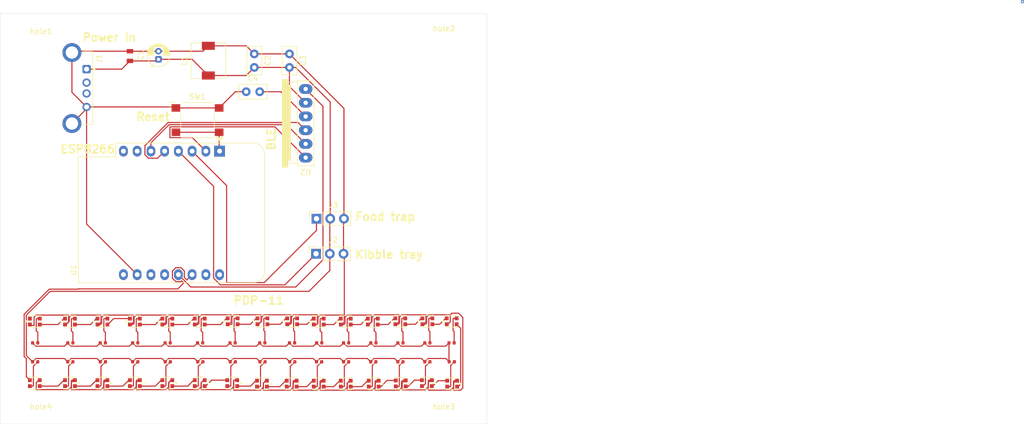
<source format=kicad_pcb>
(kicad_pcb (version 20241229) (generator "pcbnew") (generator_version "9.0")
  (layers (0 "F.Cu" signal) (2 "B.Cu" signal) (13 "F.Paste" user) (15 "B.Paste" user) (5 "F.SilkS" user "F.Silkscreen") (7 "B.SilkS" user "B.Silkscreen") (1 "F.Mask" user) (3 "B.Mask" user) (25 "Edge.Cuts" user))
  (net 0 "")
  (net 1 "GND")
  (net 2 "Net-(J1-VBUS)")
  (net 3 "Net-(U2-GND)")
  (net 6 "Net-(U1-~{RST})")
  (net 7 "Net-(J2-IN1)")
  (net 9 "Net-(J3-IN1)")
  (net 11 "Net-(D1-VDD)")
  (net 12 "Net-(D2-VDD)")
  (net 14 "Net-(U1-A0)")
  (net 15 "Net-(U1-SDA{slash}D2)")
  (net 16 "Net-(U1-MOSI{slash}D7)")
  (net 17 "Net-(D3-VDD)")
  (net 21 "Net-(D4-VDD)")
  (net 22 "Net-(D5-VDD)")
  (net 23 "Net-(D6-VDD)")
  (net 24 "Net-(D7-VDD)")
  (net 25 "Net-(D8-VDD)")
  (net 26 "Net-(D9-VDD)")
  (net 27 "Net-(D10-VDD)")
  (net 28 "Net-(D11-VDD)")
  (net 29 "Net-(D12-VDD)")
  (net 30 "Net-(D13-VDD)")
  (net 31 "Net-(D14-VDD)")
  (net 32 "Net-(D15-VDD)")
  (net 33 "Net-(D16-VDD)")
  (net 34 "Net-(D17-VDD)")
  (net 35 "Net-(D18-VDD)")
  (net 36 "Net-(D19-VDD)")
  (net 37 "Net-(D20-VDD)")
  (net 38 "Net-(D21-VDD)")
  (net 39 "Net-(D22-VDD)")
  (net 40 "Net-(D23-VDD)")
  (net 41 "Net-(D24-VDD)")
  (net 42 "Net-(D25-VDD)")
  (net 43 "Net-(D26-VDD)")
  (net 44 "Net-(D27-VDD)")
  (net 45 "Net-(D28-VDD)")
  (net 46 "Net-(D29-VDD)")
  (net 47 "Net-(D30-VDD)")
  (net 48 "Net-(D1-DOUT)")
  (net 49 "Net-(D1-DIN)")
  (net 50 "Net-(D2-DOUT)")
  (net 51 "Net-(D3-DOUT)")
  (net 52 "Net-(D4-DOUT)")
  (net 53 "Net-(D5-DOUT)")
  (net 54 "Net-(D7-DOUT)")
  (net 55 "Net-(D8-DOUT)")
  (net 56 "Net-(D10-DIN)")
  (net 57 "Net-(D10-DOUT)")
  (net 58 "Net-(D11-DOUT)")
  (net 59 "Net-(D12-DOUT)")
  (net 60 "Net-(D13-DOUT)")
  (net 61 "Net-(D14-DOUT)")
  (net 62 "Net-(D15-DOUT)")
  (net 63 "Net-(D16-DOUT)")
  (net 64 "Net-(D17-DOUT)")
  (net 65 "Net-(D18-DOUT)")
  (net 66 "Net-(D19-DOUT)")
  (net 67 "Net-(D20-DOUT)")
  (net 68 "Net-(D21-DOUT)")
  (net 69 "Net-(D22-DOUT)")
  (net 70 "Net-(D23-DOUT)")
  (net 71 "Net-(D24-DOUT)")
  (net 72 "Net-(D25-DOUT)")
  (net 73 "Net-(D26-DOUT)")
  (net 74 "Net-(D27-DOUT)")
  (net 75 "Net-(D28-DOUT)")
  (net 76 "Net-(D29-DOUT)")
  (net 79 "Net-(U1-MISO{slash}D6)")
  (net 80 "Net-(D6-DOUT)")
  (footprint "PCM_SparkFun-LED:WS2812_2020" (layer "F.Cu") (at 75.863 84.7325)
    (property "Reference" "D10")
    (property "Value" "WS2812B")
  )
  (footprint "PCM_SparkFun-LED:WS2812_2020" (layer "F.Cu") (at 53.863 84.6325)
    (property "Reference" "D6")
    (property "Value" "WS2812B")
  )
  (footprint "PCM_SparkFun-LED:WS2812_2020" (layer "F.Cu") (at 59.863 84.6325)
    (property "Reference" "D7")
    (property "Value" "WS2812B")
  )
  (footprint "PCM_SparkFun-Capacitor:C_0402_1005Metric" (layer "F.Cu") (at 75.948 77.1825)
    (property "Reference" "C25")
    (property "Value" "0.1uF")
  )
  (footprint "PCM_SparkFun-Capacitor:C_0402_1005Metric" (layer "F.Cu") (at 23.428 77.1825)
    (property "Reference" "C34")
    (property "Value" "0.1uF")
  )
  (footprint "PCM_SparkFun-LED:WS2812_2020" (layer "F.Cu") (at 80.863 84.7325)
    (property "Reference" "D11")
    (property "Value" "WS2812B")
  )
  (footprint "PCM_SparkFun-LED:WS2812_2020" (layer "F.Cu") (at 29.863 73.2325 180)
    (property "Reference" "D29")
    (property "Value" "WS2812B")
  )
  (footprint "PCM_SparkFun-Capacitor:C_0402_1005Metric" (layer "F.Cu") (at 59.968 80.6825)
    (property "Reference" "C11")
    (property "Value" "0.1uF")
  )
  (footprint "PCM_SparkFun-LED:WS2812_2020" (layer "F.Cu") (at 35.863 73.2325 180)
    (property "Reference" "D28")
    (property "Value" "WS2812B")
  )
  (footprint "PCM_SparkFun-LED:WS2812_2020" (layer "F.Cu") (at 29.863 84.6325)
    (property "Reference" "D2")
    (property "Value" "WS2812B")
  )
  (footprint "PCM_SparkFun-LED:WS2812_2020" (layer "F.Cu") (at 47.863 84.6325)
    (property "Reference" "D5")
    (property "Value" "WS2812B")
  )
  (footprint "MountingHole:MountingHole_2.1mm" (layer "F.Cu") (at 20 89)
    (property "Reference" "hole4")
    (property "Value" "MountingHole_2.1mm")
  )
  (footprint "PCM_SparkFun-Capacitor:C_0402_1005Metric" (layer "F.Cu") (at 65.468 80.6825)
    (property "Reference" "C12")
    (property "Value" "0.1uF")
  )
  (footprint "PCM_SparkFun-Capacitor:C_0402_1005Metric" (layer "F.Cu") (at 70.968 80.6825)
    (property "Reference" "C13")
    (property "Value" "0.1uF")
  )
  (footprint "PCM_SparkFun-Capacitor:C_0402_1005Metric" (layer "F.Cu") (at 53.968 80.6825)
    (property "Reference" "C10")
    (property "Value" "0.1uF")
  )
  (footprint "Capacitor_THT:C_Disc_D5.0mm_W2.5mm_P2.50mm" (layer "F.Cu") (at 63.948 23.6825 -90)
    (property "Reference" "C2")
    (property "Value" "104_Ceramic")
  )
  (footprint "PCM_SparkFun-LED:WS2812_2020" (layer "F.Cu") (at 23.363 84.6325)
    (property "Reference" "D1")
    (property "Value" "WS2812B")
  )
  (footprint "PCM_SparkFun-LED:WS2812_2020" (layer "F.Cu") (at 70.948 73.1825 180)
    (property "Reference" "D22")
    (property "Value" "WS2812B")
  )
  (footprint "PCM_SparkFun-LED:WS2812_2020" (layer "F.Cu") (at 90.948 73.1825 180)
    (property "Reference" "D18")
    (property "Value" "WS2812B")
  )
  (footprint "PCM_SparkFun-Capacitor:C_0402_1005Metric" (layer "F.Cu") (at 23.428 80.6825)
    (property "Reference" "C5")
    (property "Value" "0.1uF")
  )
  (footprint "PCM_SparkFun-LED:WS2812_2020" (layer "F.Cu") (at 65.363 84.7325)
    (property "Reference" "D8")
    (property "Value" "WS2812B")
  )
  (footprint "PCM_SparkFun-Capacitor:C_0402_1005Metric" (layer "F.Cu") (at 53.928 77.1825)
    (property "Reference" "C29")
    (property "Value" "0.1uF")
  )
  (footprint "Button_Switch_SMD:SW_SPST_Omron_B3FS-105xP" (layer "F.Cu") (at 53.448 35.9325)
    (property "Reference" "SW1")
    (property "Value" "CK_KMS2xxGP")
  )
  (footprint "PCM_SparkFun-Capacitor:C_0402_1005Metric" (layer "F.Cu") (at 80.928 77.1825)
    (property "Reference" "C24")
    (property "Value" "0.1uF")
  )
  (footprint "PCM_SparkFun-LED:WS2812_2020" (layer "F.Cu") (at 59.948 73.1825 180)
    (property "Reference" "D24")
    (property "Value" "WS2812B")
  )
  (footprint "PCM_SparkFun-LED:WS2812_2020" (layer "F.Cu") (at 65.448 73.1825 180)
    (property "Reference" "D23")
    (property "Value" "WS2812B")
  )
  (footprint "PCM_SparkFun-LED:WS2812_2020" (layer "F.Cu") (at 86.033 84.7325)
    (property "Reference" "D12")
    (property "Value" "WS2812B")
  )
  (footprint "PCM_SL_Connectors:ServoPort_01_Vertical" (layer "F.Cu") (at 75.368 60.6825)
    (property "Reference" "J2")
    (property "Value" "ServoPort_01_kibble_tray")
  )
  (footprint "PCM_SparkFun-Capacitor:C_0402_1005Metric" (layer "F.Cu") (at 85.968 77.1825)
    (property "Reference" "C23")
    (property "Value" "0.1uF")
  )
  (footprint "PCM_SparkFun-Capacitor:C_0402_1005Metric" (layer "F.Cu") (at 41.928 77.1825)
    (property "Reference" "C31")
    (property "Value" "0.1uF")
  )
  (footprint "PCM_SparkFun-Capacitor:C_0402_1005Metric" (layer "F.Cu") (at 95.948 77.1825)
    (property "Reference" "C21")
    (property "Value" "0.1uF")
  )
  (footprint "RF_Module:WEMOS_D1_mini_light" (layer "F.Cu") (at 57.528 41.6825 -90)
    (property "Reference" "U1")
    (property "Value" "WEMOS_D1_mini")
  )
  (footprint "PCM_SparkFun-Capacitor:C_0402_1005Metric" (layer "F.Cu") (at 95.948 80.6825)
    (property "Reference" "C18")
    (property "Value" "0.1uF")
  )
  (footprint "PCM_SparkFun-Capacitor:C_0402_1005Metric" (layer "F.Cu") (at 47.948 80.6825)
    (property "Reference" "C9")
    (property "Value" "0.1uF")
  )
  (footprint "PCM_SparkFun-Fuse:0805" (layer "F.Cu") (at 40.948 24.0825 -90)
    (property "Reference" "F1")
    (property "Value" "6V/0.5A/1A")
  )
  (footprint "PCM_SparkFun-Capacitor:C_0402_1005Metric" (layer "F.Cu") (at 90.968 77.1825)
    (property "Reference" "C22")
    (property "Value" "0.1uF")
  )
  (footprint "PCM_SparkFun-LED:WS2812_2020" (layer "F.Cu") (at 75.863 73.2325 180)
    (property "Reference" "D21")
    (property "Value" "WS2812B")
  )
  (footprint "PCM_SparkFun-Capacitor:C_0402_1005Metric" (layer "F.Cu") (at 35.928 77.1825)
    (property "Reference" "C32")
    (property "Value" "0.1uF")
  )
  (footprint "PCM_SparkFun-Capacitor:C_0402_1005Metric" (layer "F.Cu") (at 59.928 77.1825)
    (property "Reference" "C28")
    (property "Value" "0.1uF")
  )
  (footprint "PCM_SparkFun-Capacitor:C_0402_1005Metric" (layer "F.Cu") (at 47.928 77.1825)
    (property "Reference" "C30")
    (property "Value" "0.1uF")
  )
  (footprint "Inductor_SMD:L_6.3x6.3_H3" (layer "F.Cu") (at 55.448 24.9325 90)
    (property "Reference" "L1")
    (property "Value" "600 Ohm, 1A")
  )
  (footprint "PCM_SparkFun-Capacitor:C_0402_1005Metric" (layer "F.Cu") (at 65.428 77.1825)
    (property "Reference" "C27")
    (property "Value" "0.1uF")
  )
  (footprint "MountingHole:MountingHole_2.1mm" (layer "F.Cu") (at 104 19)
    (property "Reference" "hole2")
    (property "Value" "MountingHole_2.1mm")
  )
  (footprint "PCM_SparkFun-Capacitor:C_0402_1005Metric" (layer "F.Cu") (at 85.948 80.6825)
    (property "Reference" "C16")
    (property "Value" "0.1uF")
  )
  (footprint "PCM_SparkFun-LED:WS2812_2020" (layer "F.Cu") (at 95.948 73.1825 180)
    (property "Reference" "D17")
    (property "Value" "WS2812B")
  )
  (footprint "PCM_SparkFun-LED:WS2812_2020" (layer "F.Cu") (at 41.863 84.6325)
    (property "Reference" "D4")
    (property "Value" "WS2812B")
  )
  (footprint "MountingHole:MountingHole_2.1mm" (layer "F.Cu") (at 20 19)
    (property "Reference" "hole1")
    (property "Value" "MountingHole_2.1mm")
  )
  (footprint "PCM_SparkFun-LED:WS2812_2020" (layer "F.Cu") (at 70.863 84.7325)
    (property "Reference" "D9")
    (property "Value" "WS2812B")
  )
  (footprint "PCM_SparkFun-Capacitor:C_0402_1005Metric" (layer "F.Cu") (at 100.468 80.6825)
    (property "Reference" "C19")
    (property "Value" "0.1uF")
  )
  (footprint "PCM_SparkFun-Capacitor:C_0402_1005Metric" (layer "F.Cu") (at 90.968 80.6825)
    (property "Reference" "C17")
    (property "Value" "0.1uF")
  )
  (footprint "Connector_USB:USB_A_Connfly_DS1095" (layer "F.Cu") (at 32.9325 26.5 -90)
    (property "Reference" "J1")
    (property "Value" "USB_A")
  )
  (footprint "PCM_SparkFun-Capacitor:C_0402_1005Metric" (layer "F.Cu") (at 75.928 80.6825)
    (property "Reference" "C14")
    (property "Value" "0.1uF")
  )
  (footprint "PCM_SparkFun-LED:WS2812_2020" (layer "F.Cu") (at 53.863 73.2325 180)
    (property "Reference" "D25")
    (property "Value" "WS2812B")
  )
  (footprint "PCM_SparkFun-LED:WS2812_2020" (layer "F.Cu") (at 95.863 84.6325)
    (property "Reference" "D14")
    (property "Value" "WS2812B")
  )
  (footprint "PCM_SparkFun-LED:WS2812_2020" (layer "F.Cu") (at 23.363 73.2325 180)
    (property "Reference" "D30")
    (property "Value" "WS2812B")
  )
  (footprint "PCM_SparkFun-Capacitor:C_0402_1005Metric" (layer "F.Cu") (at 35.948 80.6825)
    (property "Reference" "C7")
    (property "Value" "0.1uF")
  )
  (footprint "PCM_SparkFun-Capacitor:C_0402_1005Metric" (layer "F.Cu") (at 29.928 80.6825)
    (property "Reference" "C6")
    (property "Value" "0.1uF")
  )
  (footprint "PCM_SparkFun-LED:WS2812_2020" (layer "F.Cu") (at 91.033 84.6825)
    (property "Reference" "D13")
    (property "Value" "WS2812B")
  )
  (footprint "Capacitor_THT:CP_Radial_D4.0mm_P1.50mm" (layer "F.Cu") (at 46.225401 24.6825 90)
    (property "Reference" "C1")
    (property "Value" "47uF_10V")
  )
  (footprint "PCM_SL_Connectors:ServoPort_01_Vertical" (layer "F.Cu") (at 75.448 54.1825)
    (property "Reference" "J3")
    (property "Value" "ServoPort_02_Food_trap")
  )
  (footprint "PCM_SparkFun-Capacitor:C_0402_1005Metric" (layer "F.Cu") (at 41.928 80.6825)
    (property "Reference" "C8")
    (property "Value" "0.1uF")
  )
  (footprint "PCM_SparkFun-LED:WS2812_2020" (layer "F.Cu") (at 41.863 73.2325 180)
    (property "Reference" "D27")
    (property "Value" "WS2812B")
  )
  (footprint "PCM_SparkFun-LED:WS2812_2020" (layer "F.Cu") (at 80.863 73.2325 180)
    (property "Reference" "D20")
    (property "Value" "WS2812B")
  )
  (footprint "PCM_SparkFun-LED:WS2812_2020" (layer "F.Cu") (at 35.863 84.6325)
    (property "Reference" "D3")
    (property "Value" "WS2812B")
  )
  (footprint "Capacitor_THT:C_Disc_D5.0mm_W2.5mm_P2.50mm" (layer "F.Cu") (at 62.448 30.6825)
    (property "Reference" "C4")
    (property "Value" "104_Ceramic")
  )
  (footprint "PCM_SparkFun-LED:WS2812_2020" (layer "F.Cu") (at 85.863 73.2325 180)
    (property "Reference" "D19")
    (property "Value" "WS2812B")
  )
  (footprint "PCM_SparkFun-Capacitor:C_0402_1005Metric" (layer "F.Cu") (at 29.928 77.1825)
    (property "Reference" "C33")
    (property "Value" "0.1uF")
  )
  (footprint "MountingHole:MountingHole_2.1mm" (layer "F.Cu") (at 104 89)
    (property "Reference" "hole3")
    (property "Value" "MountingHole_2.1mm")
  )
  (footprint "PCM_SparkFun-Capacitor:C_0402_1005Metric" (layer "F.Cu") (at 80.928 80.6825)
    (property "Reference" "C15")
    (property "Value" "0.1uF")
  )
  (footprint "PCM_SparkFun-Capacitor:C_0402_1005Metric" (layer "F.Cu") (at 100.428 77.1825)
    (property "Reference" "C20")
    (property "Value" "0.1uF")
  )
  (footprint "PCM_SparkFun-LED:WS2812_2020" (layer "F.Cu") (at 100.533 84.7325)
    (property "Reference" "D15")
    (property "Value" "WS2812B")
  )
  (footprint "PCM_SparkFun-Capacitor:C_0402_1005Metric" (layer "F.Cu") (at 70.928 77.1825)
    (property "Reference" "C26")
    (property "Value" "0.1uF")
  )
  (footprint "PCM_SparkFun-LED:WS2812_2020" (layer "F.Cu") (at 100.448 73.1825 180)
    (property "Reference" "D16")
    (property "Value" "WS2812B")
  )
  (footprint "PCM_SL_Breakout_Boards:HC-05_Bluetooth_Module" (layer "F.Cu") (at 73.448 42.8825 180)
    (property "Reference" "U2")
    (property "Value" "HC-05_Bluetooth_Module")
  )
  (footprint "PCM_SparkFun-LED:WS2812_2020" (layer "F.Cu") (at 47.863 73.2325 180)
    (property "Reference" "D26")
    (property "Value" "WS2812B")
  )
  (footprint "Capacitor_THT:C_Disc_D5.0mm_W2.5mm_P2.50mm" (layer "F.Cu") (at 70.448 23.6825 -90)
    (property "Reference" "C3")
    (property "Value" "104_Ceramic")
  )
  (gr_rect (start 16.948 16.1825) (end 106.948 92.1825) (stroke (width 0.05)) (fill no) (layer "Edge.Cuts"))
  (gr_text "Reset" (at 41.948 36.1825 0) (layer "F.SilkS") (effects (font (size 1.5 1.5) (thickness 0.3) (bold yes)) (justify left bottom)))
  (gr_text "PDP-11" (at 59.948 70.1825 0) (layer "F.SilkS") (effects (font (size 1.5 1.5) (thickness 0.3) (bold yes)) (justify left bottom)))
  (gr_text "Kibble tray" (at 82.448 61.6825 0) (layer "F.SilkS") (effects (font (size 1.5 1.5) (thickness 0.3) (bold yes)) (justify left bottom)))
  (gr_text "BLE" (at 67.948 41.6825 90) (layer "F.SilkS") (effects (font (size 1.5 1.5) (thickness 0.3) (bold yes)) (justify left bottom)))
  (gr_text "Power in" (at 32 21.5 0) (layer "F.SilkS") (effects (font (size 1.5 1.5) (thickness 0.3) (bold yes)) (justify left bottom)))
  (gr_text "ESP8266" (at 27.948 42.1825 0) (layer "F.SilkS") (effects (font (size 1.5 1.5) (thickness 0.3) (bold yes)) (justify left bottom)))
  (gr_text "Food trap" (at 82.448 54.6825 0) (layer "F.SilkS") (effects (font (size 1.5 1.5) (thickness 0.3) (bold yes)) (justify left bottom)))
  (via (at 206 14) (size 0.6) (drill 0.3) (layers "F.Cu" "B.Cu") (net 0))
  (segment (start 60.127 84.1835) (end 60.228 84.0825) (width 0.2) (layer "F.Cu") (net 1))
  (segment (start 71.127 84.6315) (end 71.127 85.9335) (width 0.2) (layer "F.Cu") (net 1))
  (segment (start 81.127 85.4055) (end 81.127 84.6315) (width 0.2) (layer "F.Cu") (net 1))
  (segment (start 29.15 73.7825) (end 29.726 73.2065) (width 0.2) (layer "F.Cu") (net 1))
  (segment (start 100.269 85.9335) (end 100.797 85.4055) (width 0.2) (layer "F.Cu") (net 1))
  (segment (start 48.127 72.0315) (end 53.599 72.0315) (width 0.2) (layer "F.Cu") (net 1))
  (segment (start 96.227 85.9335) (end 100.269 85.9335) (width 0.2) (layer "F.Cu") (net 1))
  (segment (start 96.778 84.0825) (end 96.576 84.0825) (width 0.2) (layer "F.Cu") (net 1))
  (segment (start 42.288 64.5425) (end 32.9325 55.187) (width 0.2) (layer "F.Cu") (net 1))
  (segment (start 54.127 85.8335) (end 59.599 85.8335) (width 0.2) (layer "F.Cu") (net 1))
  (segment (start 97.116 84.0825) (end 96.778 84.0825) (width 0.2) (layer "F.Cu") (net 1))
  (segment (start 60.127 84.1835) (end 60.127 85.8335) (width 0.2) (layer "F.Cu") (net 1))
  (segment (start 76.778 84.1825) (end 76.576 84.1825) (width 0.2) (layer "F.Cu") (net 1))
  (segment (start 64.735 73.7325) (end 65.311 73.1565) (width 0.2) (layer "F.Cu") (net 1))
  (segment (start 80.448 60.6825) (end 80.448 54.2625) (width 0.2) (layer "F.Cu") (net 1))
  (segment (start 75.498 73.7825) (end 74.948 73.7825) (width 0.2) (layer "F.Cu") (net 1))
  (segment (start 65.184 73.2835) (end 64.735 73.7325) (width 0.2) (layer "F.Cu") (net 1))
  (segment (start 91.297 85.8835) (end 95.549 85.8835) (width 0.2) (layer "F.Cu") (net 1))
  (segment (start 65.311 73.1565) (end 65.311 72.3825) (width 0.2) (layer "F.Cu") (net 1))
  (segment (start 90.033 73.7325) (end 90.583 73.7325) (width 0.2) (layer "F.Cu") (net 1))
  (segment (start 65.627 84.6315) (end 65.627 85.9335) (width 0.2) (layer "F.Cu") (net 1))
  (segment (start 80.726 73.5545) (end 80.726 72.4325) (width 0.2) (layer "F.Cu") (net 1))
  (segment (start 75.726 73.5045) (end 75.726 72.4325) (width 0.2) (layer "F.Cu") (net 1))
  (segment (start 30.127 84.1835) (end 30.228 84.0825) (width 0.2) (layer "F.Cu") (net 1))
  (segment (start 65.099 85.9335) (end 65.627 85.4055) (width 0.2) (layer "F.Cu") (net 1))
  (segment (start 76.127 85.9335) (end 80.599 85.9335) (width 0.2) (layer "F.Cu") (net 1))
  (segment (start 41.498 73.7825) (end 41.726 73.5545) (width 0.2) (layer "F.Cu") (net 1))
  (segment (start 49.3175 33.6825) (end 49.135 33.5) (width 0.2) (layer "F.Cu") (net 1))
  (segment (start 71.228 84.1825) (end 71.778 84.1825) (width 0.2) (layer "F.Cu") (net 1))
  (segment (start 86.297 85.9335) (end 90.719 85.9335) (width 0.2) (layer "F.Cu") (net 1))
  (segment (start 30.228 84.0825) (end 30.778 84.0825) (width 0.2) (layer "F.Cu") (net 1))
  (segment (start 60.212 71.9815) (end 65.184 71.9815) (width 0.2) (layer "F.Cu") (net 1))
  (segment (start 65.627 85.4055) (end 65.627 84.6315) (width 0.2) (layer "F.Cu") (net 1))
  (segment (start 74.948 73.7825) (end 75.448 73.7825) (width 0.2) (layer "F.Cu") (net 1))
  (segment (start 71.127 85.9335) (end 75.599 85.9335) (width 0.2) (layer "F.Cu") (net 1))
  (segment (start 28.948 73.7825) (end 29.15 73.7825) (width 0.2) (layer "F.Cu") (net 1))
  (segment (start 29.726 73.2065) (end 29.726 72.4325) (width 0.2) (layer "F.Cu") (net 1))
  (segment (start 53.599 85.8335) (end 54.127 85.3055) (width 0.2) (layer "F.Cu") (net 1))
  (segment (start 23.226 73.9605) (end 23.226 72.4325) (width 0.2) (layer "F.Cu") (net 1))
  (segment (start 30.2225 36.57) (end 32.9325 33.86) (width 0.2) (layer "F.Cu") (net 1))
  (segment (start 59.033 73.7325) (end 59.811 73.7325) (width 0.2) (layer "F.Cu") (net 1))
  (segment (start 102.5 72.4675) (end 102.5 85.5325) (width 0.2) (layer "F.Cu") (net 1))
  (segment (start 95.811 73.5045) (end 95.583 73.7325) (width 0.2) (layer "F.Cu") (net 1))
  (segment (start 53.15 73.7825) (end 52.948 73.7825) (width 0.2) (layer "F.Cu") (net 1))
  (segment (start 96.127 84.5315) (end 96.127 85.8335) (width 0.2) (layer "F.Cu") (net 1))
  (segment (start 47.726 72.4325) (end 48.127 72.0315) (width 0.2) (layer "F.Cu") (net 1))
  (segment (start 36.127 72.0315) (end 41.599 72.0315) (width 0.2) (layer "F.Cu") (net 1))
  (segment (start 95.549 85.8835) (end 96.127 85.3055) (width 0.2) (layer "F.Cu") (net 1))
  (segment (start 91.212 71.9815) (end 95.684 71.9815) (width 0.2) (layer "F.Cu") (net 1))
  (segment (start 36.228 84.0825) (end 36.778 84.0825) (width 0.2) (layer "F.Cu") (net 1))
  (segment (start 80.599 85.9335) (end 81.127 85.4055) (width 0.2) (layer "F.Cu") (net 1))
  (segment (start 22.626 73.9605) (end 23.226 73.9605) (width 0.2) (layer "F.Cu") (net 1))
  (segment (start 96.127 84.1835) (end 96.228 84.0825) (width 0.2) (layer "F.Cu") (net 1))
  (segment (start 71.212 71.9815) (end 75.549 71.9815) (width 0.2) (layer "F.Cu") (net 1))
  (segment (start 90.719 85.9335) (end 91.17 85.4825) (width 0.2) (layer "F.Cu") (net 1))
  (segment (start 101.715 71.6825) (end 102.5 72.4675) (width 0.2) (layer "F.Cu") (net 1))
  (segment (start 100.184 71.9815) (end 100.483 71.6825) (width 0.2) (layer "F.Cu") (net 1))
  (segment (start 80.448 60.6825) (end 80.599 60.8335) (width 0.2) (layer "F.Cu") (net 1))
  (segment (start 81.127 84.6315) (end 81.576 84.1825) (width 0.2) (layer "F.Cu") (net 1))
  (segment (start 66.076 84.1825) (end 66.278 84.1825) (width 0.2) (layer "F.Cu") (net 1))
  (segment (start 30.127 85.8335) (end 35.599 85.8335) (width 0.2) (layer "F.Cu") (net 1))
  (segment (start 80.599 72.0315) (end 80.599 73.3335) (width 0.2) (layer "F.Cu") (net 1))
  (segment (start 48.778 84.0825) (end 48.576 84.0825) (width 0.2) (layer "F.Cu") (net 1))
  (segment (start 65.184 71.9815) (end 65.184 73.2835) (width 0.2) (layer "F.Cu") (net 1))
  (segment (start 101.246 84.1825) (end 101.448 84.1825) (width 0.2) (layer "F.Cu") (net 1))
  (segment (start 59.235 73.7325) (end 59.033 73.7325) (width 0.2) (layer "F.Cu") (net 1))
  (segment (start 91.398 84.1325) (end 91.948 84.1325) (width 0.2) (layer "F.Cu") (net 1))
  (segment (start 36.127 84.5315) (end 36.127 85.8335) (width 0.2) (layer "F.Cu") (net 1))
  (segment (start 70.684 71.9815) (end 70.684 73.2835) (width 0.2) (layer "F.Cu") (net 1))
  (segment (start 60.127 85.8335) (end 60.227 85.9335) (width 0.2) (layer "F.Cu") (net 1))
  (segment (start 80.599 73.6815) (end 80.498 73.7825) (width 0.2) (layer "F.Cu") (net 1))
  (segment (start 54.448 23.1825) (end 55.448 22.1825) (width 0.2) (layer "F.Cu") (net 1))
  (segment (start 76.576 84.1825) (end 76.127 84.6315) (width 0.2) (layer "F.Cu") (net 1))
  (segment (start 47.498 73.7825) (end 47.726 73.5545) (width 0.2) (layer "F.Cu") (net 1))
  (segment (start 30.778 84.0825) (end 30.576 84.0825) (width 0.2) (layer "F.Cu") (net 1))
  (segment (start 53.599 73.3335) (end 53.15 73.7825) (width 0.2) (layer "F.Cu") (net 1))
  (segment (start 47.15 73.7825) (end 46.948 73.7825) (width 0.2) (layer "F.Cu") (net 1))
  (segment (start 52.948 73.7825) (end 53.498 73.7825) (width 0.2) (layer "F.Cu") (net 1))
  (segment (start 29.599 72.0315) (end 29.599 73.3335) (width 0.2) (layer "F.Cu") (net 1))
  (segment (start 95.684 73.2835) (end 95.235 73.7325) (width 0.2) (layer "F.Cu") (net 1))
  (segment (start 90.684 73.2835) (end 90.235 73.7325) (width 0.2) (layer "F.Cu") (net 1))
  (segment (start 86.398 84.1825) (end 86.948 84.1825) (width 0.2) (layer "F.Cu") (net 1))
  (segment (start 90.811 72.3825) (end 91.212 71.9815) (width 0.2) (layer "F.Cu") (net 1))
  (segment (start 36.576 84.0825) (end 36.127 84.5315) (width 0.2) (layer "F.Cu") (net 1))
  (segment (start 70.033 73.7325) (end 70.583 73.7325) (width 0.2) (layer "F.Cu") (net 1))
  (segment (start 40.948 73.7825) (end 41.498 73.7825) (width 0.2) (layer "F.Cu") (net 1))
  (segment (start 95.583 73.7325) (end 95.033 73.7325) (width 0.2) (layer "F.Cu") (net 1))
  (segment (start 29.599 85.8335) (end 30.127 85.3055) (width 0.2) (layer "F.Cu") (net 1))
  (segment (start 95.684 71.9815) (end 95.684 73.2835) (width 0.2) (layer "F.Cu") (net 1))
  (segment (start 80.599 73.3335) (end 80.15 73.7825) (width 0.2) (layer "F.Cu") (net 1))
  (segment (start 96.228 84.0825) (end 96.778 84.0825) (width 0.2) (layer "F.Cu") (net 1))
  (segment (start 55.448 22.1825) (end 62.448 22.1825) (width 0.2) (layer "F.Cu") (net 1))
  (segment (start 36.127 85.8335) (end 41.599 85.8335) (width 0.2) (layer "F.Cu") (net 1))
  (segment (start 30.127 72.0315) (end 35.599 72.0315) (width 0.2) (layer "F.Cu") (net 1))
  (segment (start 76.127 85.4055) (end 76.127 84.2835) (width 0.2) (layer "F.Cu") (net 1))
  (segment (start 48.127 84.5315) (end 48.462 84.1965) (width 0.2) (layer "F.Cu") (net 1))
  (segment (start 46.225401 23.1825) (end 54.448 23.1825) (width 0.2) (layer "F.Cu") (net 1))
  (segment (start 35.599 85.8335) (end 36.127 85.3055) (width 0.2) (layer "F.Cu") (net 1))
  (segment (start 86.177 71.9815) (end 90.684 71.9815) (width 0.2) (layer "F.Cu") (net 1))
  (segment (start 90.811 73.5045) (end 90.811 72.3825) (width 0.2) (layer "F.Cu") (net 1))
  (segment (start 91.948 84.1325) (end 91.746 84.1325) (width 0.2) (layer "F.Cu") (net 1))
  (segment (start 81.127 72.0315) (end 85.599 72.0315) (width 0.2) (layer "F.Cu") (net 1))
  (segment (start 80.726 72.4325) (end 81.127 72.0315) (width 0.2) (layer "F.Cu") (net 1))
  (segment (start 42.228 84.0825) (end 42.778 84.0825) (width 0.2) (layer "F.Cu") (net 1))
  (segment (start 24.076 84.0825) (end 23.627 84.5315) (width 0.2) (layer "F.Cu") (net 1))
  (segment (start 23.627 72.0315) (end 29.599 72.0315) (width 0.2) (layer "F.Cu") (net 1))
  (segment (start 75.599 85.9335) (end 76.127 85.4055) (width 0.2) (layer "F.Cu") (net 1))
  (segment (start 63.948 23.6825) (end 70.448 23.6825) (width 0.2) (layer "F.Cu") (net 1))
  (segment (start 41.599 73.3335) (end 41.15 73.7825) (width 0.2) (layer "F.Cu") (net 1))
  (segment (start 59.684 71.9815) (end 59.684 73.2835) (width 0.2) (layer "F.Cu") (net 1))
  (segment (start 54.127 84.5315) (end 54.127 85.8335) (width 0.2) (layer "F.Cu") (net 1))
  (segment (start 86.746 84.1825) (end 86.297 84.6315) (width 0.2) (layer "F.Cu") (net 1))
  (segment (start 35.498 73.7825) (end 35.726 73.5545) (width 0.2) (layer "F.Cu") (net 1))
  (segment (start 96.077 85.8835) (end 96.127 85.8335) (width 0.2) (layer "F.Cu") (net 1))
  (segment (start 41.726 72.4325) (end 42.127 72.0315) (width 0.2) (layer "F.Cu") (net 1))
  (segment (start 100.797 84.6315) (end 101.246 84.1825) (width 0.2) (layer "F.Cu") (net 1))
  (segment (start 96.127 85.8335) (end 96.227 85.9335) (width 0.2) (layer "F.Cu") (net 1))
  (segment (start 76.127 84.6315) (end 76.127 85.9335) (width 0.2) (layer "F.Cu") (net 1))
  (segment (start 85.726 73.2065) (end 85.726 72.4325) (width 0.2) (layer "F.Cu") (net 1))
  (segment (start 80.528 33.7625) (end 70.448 23.6825) (width 0.2) (layer "F.Cu") (net 1))
  (segment (start 90.583 73.7325) (end 90.811 73.5045) (width 0.2) (layer "F.Cu") (net 1))
  (segment (start 96.212 71.9815) (end 95.811 72.3825) (width 0.2) (layer "F.Cu") (net 1))
  (segment (start 86.297 84.6315) (end 86.297 85.9335) (width 0.2) (layer "F.Cu") (net 1))
  (segment (start 71.127 84.2835) (end 71.228 84.1825) (width 0.2) (layer "F.Cu") (net 1))
  (segment (start 85.599 72.0315) (end 85.599 73.3335) (width 0.2) (layer "F.Cu") (net 1))
  (segment (start 71.576 84.1825) (end 71.127 84.6315) (width 0.2) (layer "F.Cu") (net 1))
  (segment (start 42.127 85.3055) (end 42.127 84.1835) (width 0.2) (layer "F.Cu") (net 1))
  (segment (start 76.127 72.0315) (end 80.599 72.0315) (width 0.2) (layer "F.Cu") (net 1))
  (segment (start 29.599 73.3335) (end 29.15 73.7825) (width 0.2) (layer "F.Cu") (net 1))
  (segment (start 42.127 84.5315) (end 42.127 85.8335) (width 0.2) (layer "F.Cu") (net 1))
  (segment (start 95.811 72.3825) (end 95.811 73.5045) (width 0.2) (layer "F.Cu") (net 1))
  (segment (start 47.726 73.5545) (end 47.726 72.4325) (width 0.2) (layer "F.Cu") (net 1))
  (segment (start 35.599 73.3335) (end 35.15 73.7825) (width 0.2) (layer "F.Cu") (net 1))
  (segment (start 23.627 84.5315) (end 23.627 85.8335) (width 0.2) (layer "F.Cu") (net 1))
  (segment (start 23.226 72.4325) (end 23.627 72.0315) (width 0.2) (layer "F.Cu") (net 1))
  (segment (start 42.127 84.1835) (end 42.228 84.0825) (width 0.2) (layer "F.Cu") (net 1))
  (segment (start 65.627 85.9335) (end 70.599 85.9335) (width 0.2) (layer "F.Cu") (net 1))
  (segment (start 59.684 73.2835) (end 59.235 73.7325) (width 0.2) (layer "F.Cu") (net 1))
  (segment (start 102.099 85.9335) (end 100.797 85.9335) (width 0.2) (layer "F.Cu") (net 1))
  (segment (start 65.311 72.3825) (end 65.712 71.9815) (width 0.2) (layer "F.Cu") (net 1))
  (segment (start 100.184 71.9815) (end 96.212 71.9815) (width 0.2) (layer "F.Cu") (net 1))
  (segment (start 71.127 85.4055) (end 71.127 84.2835) (width 0.2) (layer "F.Cu") (net 1))
  (segment (start 36.127 84.1835) (end 36.228 84.0825) (width 0.2) (layer "F.Cu") (net 1))
  (segment (start 70.235 73.7325) (end 70.033 73.7325) (width 0.2) (layer "F.Cu") (net 1))
  (segment (start 65.627 84.6315) (end 66.076 84.1825) (width 0.2) (layer "F.Cu") (net 1))
  (segment (start 24.278 84.0825) (end 24.076 84.0825) (width 0.2) (layer "F.Cu") (net 1))
  (segment (start 48.127 85.3055) (end 48.127 84.5315) (width 0.2) (layer "F.Cu") (net 1))
  (segment (start 60.127 85.3055) (end 60.127 84.1835) (width 0.2) (layer "F.Cu") (net 1))
  (segment (start 49.135 33.5) (end 32.9325 33.5) (width 0.2) (layer "F.Cu") (net 1))
  (segment (start 91.17 85.4825) (end 91.17 84.3605) (width 0.2) (layer "F.Cu") (net 1))
  (segment (start 95.235 73.7325) (end 95.033 73.7325) (width 0.2) (layer "F.Cu") (net 1))
  (segment (start 49.448 33.6825) (end 57.448 33.6825) (width 0.2) (layer "F.Cu") (net 1))
  (segment (start 42.778 84.0825) (end 42.576 84.0825) (width 0.2) (layer "F.Cu") (net 1))
  (segment (start 32.9325 33.86) (end 32.9325 33.5) (width 0.2) (layer "F.Cu") (net 1))
  (segment (start 75.599 72.0315) (end 75.599 73.6815) (width 0.2) (layer "F.Cu") (net 1))
  (segment (start 48.576 84.0825) (end 48.127 84.5315) (width 0.2) (layer "F.Cu") (net 1))
  (segment (start 100.797 85.9335) (end 100.797 84.6315) (width 0.2) (layer "F.Cu") (net 1))
  (segment (start 48.127 85.8335) (end 53.599 85.8335) (width 0.2) (layer "F.Cu") (net 1))
  (segment (start 54.177 71.9815) (end 59.684 71.9815) (width 0.2) (layer "F.Cu") (net 1))
  (segment (start 96.576 84.0825) (end 96.127 84.5315) (width 0.2) (layer "F.Cu") (net 1))
  (segment (start 81.127 85.9335) (end 85.769 85.9335) (width 0.2) (layer "F.Cu") (net 1))
  (segment (start 48.127 84.5315) (end 48.127 85.8335) (width 0.2) (layer "F.Cu") (net 1))
  (segment (start 100.483 71.6825) (end 101.715 71.6825) (width 0.2) (layer "F.Cu") (net 1))
  (segment (start 41.15 73.7825) (end 40.948 73.7825) (width 0.2) (layer "F.Cu") (net 1))
  (segment (start 80.498 73.7825) (end 80.726 73.5545) (width 0.2) (layer "F.Cu") (net 1))
  (segment (start 53.599 72.0315) (end 53.599 73.3335) (width 0.2) (layer "F.Cu") (net 1))
  (segment (start 91.17 84.3605) (end 91.398 84.1325) (width 0.2) (layer "F.Cu") (net 1))
  (segment (start 53.726 73.5545) (end 53.726 72.4325) (width 0.2) (layer "F.Cu") (net 1))
  (segment (start 100.797 84.2835) (end 100.898 84.1825) (width 0.2) (layer "F.Cu") (net 1))
  (segment (start 23.627 85.8335) (end 29.599 85.8335) (width 0.2) (layer "F.Cu") (net 1))
  (segment (start 34.948 73.7825) (end 35.498 73.7825) (width 0.2) (layer "F.Cu") (net 1))
  (segment (start 62.448 22.1825) (end 63.948 23.6825) (width 0.2) (layer "F.Cu") (net 1))
  (segment (start 85.599 73.3335) (end 85.15 73.7825) (width 0.2) (layer "F.Cu") (net 1))
  (segment (start 54.576 84.0825) (end 54.778 84.0825) (width 0.2) (layer "F.Cu") (net 1))
  (segment (start 84.948 73.7825) (end 85.15 73.7825) (width 0.2) (layer "F.Cu") (net 1))
  (segment (start 32.9325 55.187) (end 32.9325 33.5) (width 0.2) (layer "F.Cu") (net 1))
  (segment (start 66.278 84.1825) (end 65.948 84.1825) (width 0.2) (layer "F.Cu") (net 1))
  (segment (start 22.448 73.7825) (end 22.626 73.9605) (width 0.2) (layer "F.Cu") (net 1))
  (segment (start 80.599 60.8335) (end 80.599 73.6815) (width 0.2) (layer "F.Cu") (net 1))
  (segment (start 30.127 84.5315) (end 30.127 85.8335) (width 0.2) (layer "F.Cu") (net 1))
  (segment (start 30.127 85.3055) (end 30.127 84.1835) (width 0.2) (layer "F.Cu") (net 1))
  (segment (start 42.127 85.8335) (end 47.599 85.8335) (width 0.2) (layer "F.Cu") (net 1))
  (segment (start 47.599 85.8335) (end 48.127 85.3055) (width 0.2) (layer "F.Cu") (net 1))
  (segment (start 70.684 73.2835) (end 70.235 73.7325) (width 0.2) (layer "F.Cu") (net 1))
  (segment (start 41.726 73.5545) (end 41.726 72.4325) (width 0.2) (layer "F.Cu") (net 1))
  (segment (start 54.127 85.3055) (end 54.127 84.5315) (width 0.2) (layer "F.Cu") (net 1))
  (segment (start 70.583 73.7325) (end 70.811 73.5045) (width 0.2) (layer "F.Cu") (net 1))
  (segment (start 59.811 72.3825) (end 60.212 71.9815) (width 0.2) (layer "F.Cu") (net 1))
  (segment (start 80.448 54.2625) (end 80.528 54.1825) (width 0.2) (layer "F.Cu") (net 1))
  (segment (start 53.726 72.4325) (end 54.177 71.9815) (width 0.2) (layer "F.Cu") (net 1))
  (segment (start 42.127 72.0315) (end 47.599 72.0315) (width 0.2) (layer "F.Cu") (net 1))
  (segment (start 40.948 23.1825) (end 30.47 23.1825) (width 0.2) (layer "F.Cu") (net 1))
  (segment (start 47.599 72.0315) (end 47.599 73.3335) (width 0.2) (layer "F.Cu") (net 1))
  (segment (start 86.297 84.2835) (end 86.398 84.1825) (width 0.2) (layer "F.Cu") (net 1))
  (segment (start 49.448 33.6825) (end 49.448 33.1825) (width 0.2) (layer "F.Cu") (net 1))
  (segment (start 71.778 84.1825) (end 71.576 84.1825) (width 0.2) (layer "F.Cu") (net 1))
  (segment (start 60.227 85.9335) (end 65.099 85.9335) (width 0.2) (layer "F.Cu") (net 1))
  (segment (start 75.448 73.7825) (end 75.726 73.5045) (width 0.2) (layer "F.Cu") (net 1))
  (segment (start 76.127 84.2835) (end 76.228 84.1825) (width 0.2) (layer "F.Cu") (net 1))
  (segment (start 91.297 84.5815) (end 91.297 85.8835) (width 0.2) (layer "F.Cu") (net 1))
  (segment (start 85.15 73.7825) (end 85.726 73.2065) (width 0.2) (layer "F.Cu") (net 1))
  (segment (start 100.184 73.2835) (end 100.184 71.9815) (width 0.2) (layer "F.Cu") (net 1))
  (segment (start 49.448 33.6825) (end 49.3175 33.6825) (width 0.2) (layer "F.Cu") (net 1))
  (segment (start 30.2225 30.79) (end 32.9325 33.5) (width 0.2) (layer "F.Cu") (net 1))
  (segment (start 80.498 73.7825) (end 79.948 73.7825) (width 0.2) (layer "F.Cu") (net 1))
  (segment (start 36.778 84.0825) (end 36.576 84.0825) (width 0.2) (layer "F.Cu") (net 1))
  (segment (start 54.127 84.5315) (end 54.576 84.0825) (width 0.2) (layer "F.Cu") (net 1))
  (segment (start 81.127 84.6315) (end 81.127 85.9335) (width 0.2) (layer "F.Cu") (net 1))
  (segment (start 30.47 23.1825) (end 30.2225 23.43) (width 0.2) (layer "F.Cu") (net 1))
  (segment (start 35.726 73.5545) (end 35.726 72.4325) (width 0.2) (layer "F.Cu") (net 1))
  (segment (start 102.5 85.5325) (end 102.099 85.9335) (width 0.2) (layer "F.Cu") (net 1))
  (segment (start 41.599 72.0315) (end 41.599 73.3335) (width 0.2) (layer "F.Cu") (net 1))
  (segment (start 70.811 73.5045) (end 70.811 72.3825) (width 0.2) (layer "F.Cu") (net 1))
  (segment (start 41.599 85.8335) (end 42.127 85.3055) (width 0.2) (layer "F.Cu") (net 1))
  (segment (start 46.948 73.7825) (end 47.498 73.7825) (width 0.2) (layer "F.Cu") (net 1))
  (segment (start 96.127 85.3055) (end 96.127 84.1835) (width 0.2) (layer "F.Cu") (net 1))
  (segment (start 65.712 71.9815) (end 70.684 71.9815) (width 0.2) (layer "F.Cu") (net 1))
  (segment (start 100.797 85.4055) (end 100.797 84.2835) (width 0.2) (layer "F.Cu") (net 1))
  (segment (start 36.127 85.3055) (end 36.127 84.1835) (width 0.2) (layer "F.Cu") (net 1))
  (segment (start 91.746 84.1325) (end 91.297 84.5815) (width 0.2) (layer "F.Cu") (net 1))
  (segment (start 100.898 84.1825) (end 101.448 84.1825) (width 0.2) (layer "F.Cu") (net 1))
  (segment (start 62.448 30.6825) (end 60.448 30.6825) (width 0.2) (layer "F.Cu") (net 1))
  (segment (start 60.228 84.0825) (end 60.778 84.0825) (width 0.2) (layer "F.Cu") (net 1))
  (segment (start 40.948 23.1825) (end 46.225401 23.1825) (width 0.2) (layer "F.Cu") (net 1))
  (segment (start 59.599 85.8335) (end 60.127 85.3055) (width 0.2) (layer "F.Cu") (net 1))
  (segment (start 85.769 85.9335) (end 86.297 85.4055) (width 0.2) (layer "F.Cu") (net 1))
  (segment (start 47.599 73.3335) (end 47.15 73.7825) (width 0.2) (layer "F.Cu") (net 1))
  (segment (start 29.726 72.4325) (end 30.127 72.0315) (width 0.2) (layer "F.Cu") (net 1))
  (segment (start 86.297 85.4055) (end 86.297 84.2835) (width 0.2) (layer "F.Cu") (net 1))
  (segment (start 75.549 71.9815) (end 75.599 72.0315) (width 0.2) (layer "F.Cu") (net 1))
  (segment (start 85.726 72.4325) (end 86.177 71.9815) (width 0.2) (layer "F.Cu") (net 1))
  (segment (start 76.228 84.1825) (end 76.778 84.1825) (width 0.2) (layer "F.Cu") (net 1))
  (segment (start 60.448 30.6825) (end 57.448 33.6825) (width 0.2) (layer "F.Cu") (net 1))
  (segment (start 64.533 73.7325) (end 64.735 73.7325) (width 0.2) (layer "F.Cu") (net 1))
  (segment (start 99.735 73.7325) (end 100.184 73.2835) (width 0.2) (layer "F.Cu") (net 1))
  (segment (start 30.2225 23.43) (end 30.2225 30.79) (width 0.2) (layer "F.Cu") (net 1))
  (segment (start 99.533 73.7325) (end 99.735 73.7325) (width 0.2) (layer "F.Cu") (net 1))
  (segment (start 53.498 73.7825) (end 53.726 73.5545) (width 0.2) (layer "F.Cu") (net 1))
  (segment (start 30.576 84.0825) (end 30.127 84.5315) (width 0.2) (layer "F.Cu") (net 1))
  (segment (start 81.576 84.1825) (end 81.778 84.1825) (width 0.2) (layer "F.Cu") (net 1))
  (segment (start 35.726 72.4325) (end 36.127 72.0315) (width 0.2) (layer "F.Cu") (net 1))
  (segment (start 42.576 84.0825) (end 42.127 84.5315) (width 0.2) (layer "F.Cu") (net 1))
  (segment (start 90.684 71.9815) (end 90.684 73.2835) (width 0.2) (layer "F.Cu") (net 1))
  (segment (start 59.811 73.7325) (end 59.811 72.3825) (width 0.2) (layer "F.Cu") (net 1))
  (segment (start 70.599 85.9335) (end 71.127 85.4055) (width 0.2) (layer "F.Cu") (net 1))
  (segment (start 86.948 84.1825) (end 86.746 84.1825) (width 0.2) (layer "F.Cu") (net 1))
  (segment (start 35.599 72.0315) (end 35.599 73.3335) (width 0.2) (layer "F.Cu") (net 1))
  (segment (start 70.811 72.3825) (end 71.212 71.9815) (width 0.2) (layer "F.Cu") (net 1))
  (segment (start 75.726 72.4325) (end 76.127 72.0315) (width 0.2) (layer "F.Cu") (net 1))
  (segment (start 90.235 73.7325) (end 90.033 73.7325) (width 0.2) (layer "F.Cu") (net 1))
  (segment (start 75.599 73.6815) (end 75.498 73.7825) (width 0.2) (layer "F.Cu") (net 1))
  (segment (start 80.528 54.1825) (end 80.528 33.7625) (width 0.2) (layer "F.Cu") (net 1))
  (segment (start 35.15 73.7825) (end 34.948 73.7825) (width 0.2) (layer "F.Cu") (net 1))
  (segment (start 80.15 73.7825) (end 79.948 73.7825) (width 0.2) (layer "F.Cu") (net 1))
  (segment (start 45.925401 24.9825) (end 46.225401 24.6825) (width 0.2) (layer "F.Cu") (net 2))
  (segment (start 85.488 77.1825) (end 84.877 77.7935) (width 0.2) (layer "F.Cu") (net 2))
  (segment (start 23.559 77.7935) (end 28.837 77.7935) (width 0.2) (layer "F.Cu") (net 2))
  (segment (start 86.079 80.0715) (end 89.877 80.0715) (width 0.2) (layer "F.Cu") (net 2))
  (segment (start 47.468 80.6825) (end 48.079 80.0715) (width 0.2) (layer "F.Cu") (net 2))
  (segment (start 99.948 77.1825) (end 99.337 77.7935) (width 0.2) (layer "F.Cu") (net 2))
  (segment (start 64.337 77.7935) (end 60.059 77.7935) (width 0.2) (layer "F.Cu") (net 2))
  (segment (start 94.857 77.7935) (end 91.099 77.7935) (width 0.2) (layer "F.Cu") (net 2))
  (segment (start 63.948 26.1825) (end 70.448 26.1825) (width 0.2) (layer "F.Cu") (net 2))
  (segment (start 77.988 54.1825) (end 77.988 32.59113) (width 0.2) (layer "F.Cu") (net 2))
  (segment (start 59.448 77.1825) (end 58.837 77.7935) (width 0.2) (layer "F.Cu") (net 2))
  (segment (start 65.559 77.7935) (end 64.948 77.1825) (width 0.2) (layer "F.Cu") (net 2))
  (segment (start 48.079 80.0715) (end 52.877 80.0715) (width 0.2) (layer "F.Cu") (net 2))
  (segment (start 99.377 80.0715) (end 99.988 80.6825) (width 0.2) (layer "F.Cu") (net 2))
  (segment (start 39.4305 26.5) (end 40.948 24.9825) (width 0.2) (layer "F.Cu") (net 2))
  (segment (start 35.448 77.1825) (end 36.059 77.7935) (width 0.2) (layer "F.Cu") (net 2))
  (segment (start 75.448 80.6825) (end 76.059 80.0715) (width 0.2) (layer "F.Cu") (net 2))
  (segment (start 28.837 80.0715) (end 29.448 80.6825) (width 0.2) (layer "F.Cu") (net 2))
  (segment (start 22.948 80.6825) (end 23.559 80.0715) (width 0.2) (layer "F.Cu") (net 2))
  (segment (start 40.837 80.0715) (end 41.448 80.6825) (width 0.2) (layer "F.Cu") (net 2))
  (segment (start 70.488 80.6825) (end 71.099 80.0715) (width 0.2) (layer "F.Cu") (net 2))
  (segment (start 23.559 80.0715) (end 28.837 80.0715) (width 0.2) (layer "F.Cu") (net 2))
  (segment (start 70.448 77.1825) (end 69.837 77.7935) (width 0.2) (layer "F.Cu") (net 2))
  (segment (start 80.448 77.1825) (end 79.837 77.7935) (width 0.2) (layer "F.Cu") (net 2))
  (segment (start 42.059 80.0715) (end 46.857 80.0715) (width 0.2) (layer "F.Cu") (net 2))
  (segment (start 53.488 80.6825) (end 54.099 80.0715) (width 0.2) (layer "F.Cu") (net 2))
  (segment (start 55.448 27.6825) (end 62.448 27.6825) (width 0.2) (layer "F.Cu") (net 2))
  (segment (start 58.877 80.0715) (end 59.488 80.6825) (width 0.2) (layer "F.Cu") (net 2))
  (segment (start 30.059 77.7935) (end 34.837 77.7935) (width 0.2) (layer "F.Cu") (net 2))
  (segment (start 52.837 77.7935) (end 48.059 77.7935) (width 0.2) (layer "F.Cu") (net 2))
  (segment (start 81.059 77.7935) (end 80.448 77.1825) (width 0.2) (layer "F.Cu") (net 2))
  (segment (start 36.079 80.0715) (end 40.837 80.0715) (width 0.2) (layer "F.Cu") (net 2))
  (segment (start 71.059 77.7935) (end 70.448 77.1825) (width 0.2) (layer "F.Cu") (net 2))
  (segment (start 76.079 77.7935) (end 75.468 77.1825) (width 0.2) (layer "F.Cu") (net 2))
  (segment (start 71.57937 26.1825) (end 70.448 26.1825) (width 0.2) (layer "F.Cu") (net 2))
  (segment (start 42.059 77.7935) (end 41.448 77.1825) (width 0.2) (layer "F.Cu") (net 2))
  (segment (start 70.448 29.7225) (end 73.448 32.7225) (width 0.2) (layer "F.Cu") (net 2))
  (segment (start 40.648 24.6825) (end 40.948 24.9825) (width 0.2) (layer "F.Cu") (net 2))
  (segment (start 86.099 77.7935) (end 85.488 77.1825) (width 0.2) (layer "F.Cu") (net 2))
  (segment (start 59.488 80.6825) (end 60.099 80.0715) (width 0.2) (layer "F.Cu") (net 2))
  (segment (start 89.877 77.7935) (end 86.099 77.7935) (width 0.2) (layer "F.Cu") (net 2))
  (segment (start 96.079 80.0715) (end 99.377 80.0715) (width 0.2) (layer "F.Cu") (net 2))
  (segment (start 21.797 72.0315) (end 21.797 79.5315) (width 0.2) (layer "F.Cu") (net 2))
  (segment (start 74.0601 67.6375) (end 26.191 67.6375) (width 0.2) (layer "F.Cu") (net 2))
  (segment (start 58.837 77.7935) (end 54.059 77.7935) (width 0.2) (layer "F.Cu") (net 2))
  (segment (start 35.468 80.6825) (end 36.079 80.0715) (width 0.2) (layer "F.Cu") (net 2))
  (segment (start 69.877 80.0715) (end 70.488 80.6825) (width 0.2) (layer "F.Cu") (net 2))
  (segment (start 99.337 77.7935) (end 96.079 77.7935) (width 0.2) (layer "F.Cu") (net 2))
  (segment (start 69.837 77.7935) (end 65.559 77.7935) (width 0.2) (layer "F.Cu") (net 2))
  (segment (start 71.099 80.0715) (end 74.837 80.0715) (width 0.2) (layer "F.Cu") (net 2))
  (segment (start 32.9325 26.5) (end 39.4305 26.5) (width 0.2) (layer "F.Cu") (net 2))
  (segment (start 99.948 77.1825) (end 99.948 80.6425) (width 0.2) (layer "F.Cu") (net 2))
  (segment (start 79.837 80.0715) (end 80.448 80.6825) (width 0.2) (layer "F.Cu") (net 2))
  (segment (start 99.948 80.6425) (end 99.988 80.6825) (width 0.2) (layer "F.Cu") (net 2))
  (segment (start 80.448 80.6825) (end 81.059 80.0715) (width 0.2) (layer "F.Cu") (net 2))
  (segment (start 22.948 77.1825) (end 23.559 77.7935) (width 0.2) (layer "F.Cu") (net 2))
  (segment (start 46.225401 24.6825) (end 52.448 24.6825) (width 0.2) (layer "F.Cu") (net 2))
  (segment (start 89.877 80.0715) (end 90.488 80.6825) (width 0.2) (layer "F.Cu") (net 2))
  (segment (start 95.468 77.1825) (end 94.857 77.7935) (width 0.2) (layer "F.Cu") (net 2))
  (segment (start 77.908 60.6825) (end 77.908 63.7896) (width 0.2) (layer "F.Cu") (net 2))
  (segment (start 30.059 80.0715) (end 34.857 80.0715) (width 0.2) (layer "F.Cu") (net 2))
  (segment (start 48.059 77.7935) (end 47.448 77.1825) (width 0.2) (layer "F.Cu") (net 2))
  (segment (start 46.837 77.7935) (end 42.059 77.7935) (width 0.2) (layer "F.Cu") (net 2))
  (segment (start 77.908 60.6825) (end 77.908 54.2625) (width 0.2) (layer "F.Cu") (net 2))
  (segment (start 91.099 77.7935) (end 90.488 77.1825) (width 0.2) (layer "F.Cu") (net 2))
  (segment (start 53.448 77.1825) (end 52.837 77.7935) (width 0.2) (layer "F.Cu") (net 2))
  (segment (start 77.988 32.59113) (end 71.57937 26.1825) (width 0.2) (layer "F.Cu") (net 2))
  (segment (start 29.448 77.1825) (end 30.059 77.7935) (width 0.2) (layer "F.Cu") (net 2))
  (segment (start 54.099 80.0715) (end 58.877 80.0715) (width 0.2) (layer "F.Cu") (net 2))
  (segment (start 47.448 77.1825) (end 46.837 77.7935) (width 0.2) (layer "F.Cu") (net 2))
  (segment (start 52.448 24.6825) (end 55.448 27.6825) (width 0.2) (layer "F.Cu") (net 2))
  (segment (start 34.857 80.0715) (end 35.468 80.6825) (width 0.2) (layer "F.Cu") (net 2))
  (segment (start 96.079 77.7935) (end 95.468 77.1825) (width 0.2) (layer "F.Cu") (net 2))
  (segment (start 21.797 79.5315) (end 22.948 80.6825) (width 0.2) (layer "F.Cu") (net 2))
  (segment (start 81.059 80.0715) (end 84.857 80.0715) (width 0.2) (layer "F.Cu") (net 2))
  (segment (start 34.837 77.7935) (end 35.448 77.1825) (width 0.2) (layer "F.Cu") (net 2))
  (segment (start 36.059 77.7935) (end 40.837 77.7935) (width 0.2) (layer "F.Cu") (net 2))
  (segment (start 60.059 77.7935) (end 59.448 77.1825) (width 0.2) (layer "F.Cu") (net 2))
  (segment (start 90.488 80.6825) (end 91.099 80.0715) (width 0.2) (layer "F.Cu") (net 2))
  (segment (start 70.448 26.1825) (end 70.448 29.7225) (width 0.2) (layer "F.Cu") (net 2))
  (segment (start 90.488 77.1825) (end 89.877 77.7935) (width 0.2) (layer "F.Cu") (net 2))
  (segment (start 91.099 80.0715) (end 94.857 80.0715) (width 0.2) (layer "F.Cu") (net 2))
  (segment (start 64.377 80.0715) (end 64.988 80.6825) (width 0.2) (layer "F.Cu") (net 2))
  (segment (start 26.191 67.6375) (end 21.797 72.0315) (width 0.2) (layer "F.Cu") (net 2))
  (segment (start 64.988 80.6825) (end 65.599 80.0715) (width 0.2) (layer "F.Cu") (net 2))
  (segment (start 65.599 80.0715) (end 69.877 80.0715) (width 0.2) (layer "F.Cu") (net 2))
  (segment (start 46.857 80.0715) (end 47.468 80.6825) (width 0.2) (layer "F.Cu") (net 2))
  (segment (start 74.837 80.0715) (end 75.448 80.6825) (width 0.2) (layer "F.Cu") (net 2))
  (segment (start 76.059 80.0715) (end 79.837 80.0715) (width 0.2) (layer "F.Cu") (net 2))
  (segment (start 94.857 80.0715) (end 95.468 80.6825) (width 0.2) (layer "F.Cu") (net 2))
  (segment (start 41.448 80.6825) (end 42.059 80.0715) (width 0.2) (layer "F.Cu") (net 2))
  (segment (start 75.468 77.1825) (end 74.857 77.7935) (width 0.2) (layer "F.Cu") (net 2))
  (segment (start 74.857 77.7935) (end 71.059 77.7935) (width 0.2) (layer "F.Cu") (net 2))
  (segment (start 64.948 77.1825) (end 64.337 77.7935) (width 0.2) (layer "F.Cu") (net 2))
  (segment (start 60.099 80.0715) (end 64.377 80.0715) (width 0.2) (layer "F.Cu") (net 2))
  (segment (start 52.877 80.0715) (end 53.488 80.6825) (width 0.2) (layer "F.Cu") (net 2))
  (segment (start 77.908 54.2625) (end 77.988 54.1825) (width 0.2) (layer "F.Cu") (net 2))
  (segment (start 54.059 77.7935) (end 53.448 77.1825) (width 0.2) (layer "F.Cu") (net 2))
  (segment (start 62.448 27.6825) (end 63.948 26.1825) (width 0.2) (layer "F.Cu") (net 2))
  (segment (start 95.468 80.6825) (end 96.079 80.0715) (width 0.2) (layer "F.Cu") (net 2))
  (segment (start 84.857 80.0715) (end 85.468 80.6825) (width 0.2) (layer "F.Cu") (net 2))
  (segment (start 84.877 77.7935) (end 81.059 77.7935) (width 0.2) (layer "F.Cu") (net 2))
  (segment (start 79.837 77.7935) (end 76.079 77.7935) (width 0.2) (layer "F.Cu") (net 2))
  (segment (start 29.448 80.6825) (end 30.059 80.0715) (width 0.2) (layer "F.Cu") (net 2))
  (segment (start 85.468 80.6825) (end 86.079 80.0715) (width 0.2) (layer "F.Cu") (net 2))
  (segment (start 40.837 77.7935) (end 41.448 77.1825) (width 0.2) (layer "F.Cu") (net 2))
  (segment (start 77.908 63.7896) (end 74.0601 67.6375) (width 0.2) (layer "F.Cu") (net 2))
  (segment (start 28.837 77.7935) (end 29.448 77.1825) (width 0.2) (layer "F.Cu") (net 2))
  (segment (start 40.948 24.9825) (end 45.925401 24.9825) (width 0.2) (layer "F.Cu") (net 2))
  (segment (start 64.948 30.6825) (end 68.868 30.6825) (width 0.2) (layer "F.Cu") (net 3))
  (segment (start 68.868 30.6825) (end 73.448 35.2625) (width 0.2) (layer "F.Cu") (net 3))
  (segment (start 49.448 38.1825) (end 57.448 38.1825) (width 0.2) (layer "F.Cu") (net 6))
  (segment (start 57.448 38.1825) (end 57.448 41.6025) (width 0.2) (layer "F.Cu") (net 6))
  (segment (start 57.448 41.6025) (end 57.528 41.6825) (width 0.2) (layer "F.Cu") (net 6))
  (segment (start 49.908 41.6825) (end 56.427 48.2015) (width 0.2) (layer "F.Cu") (net 7))
  (segment (start 57.662951 66.4345) (end 69.616 66.4345) (width 0.2) (layer "F.Cu") (net 7))
  (segment (start 69.616 66.4345) (end 75.368 60.6825) (width 0.2) (layer "F.Cu") (net 7))
  (segment (start 56.427 48.2015) (end 56.427 65.198549) (width 0.2) (layer "F.Cu") (net 7))
  (segment (start 56.427 65.198549) (end 57.662951 66.4345) (width 0.2) (layer "F.Cu") (net 7))
  (segment (start 58.886164 66.0335) (end 58.827 65.974336) (width 0.2) (layer "F.Cu") (net 9))
  (segment (start 58.827 48.0615) (end 52.448 41.6825) (width 0.2) (layer "F.Cu") (net 9))
  (segment (start 65.769836 66.0335) (end 58.886164 66.0335) (width 0.2) (layer "F.Cu") (net 9))
  (segment (start 75.448 56.355336) (end 65.769836 66.0335) (width 0.2) (layer "F.Cu") (net 9))
  (segment (start 58.827 65.974336) (end 58.827 48.0615) (width 0.2) (layer "F.Cu") (net 9))
  (segment (start 75.448 54.1825) (end 75.448 56.355336) (width 0.2) (layer "F.Cu") (net 9))
  (segment (start 23.099 85.0815) (end 22.998 85.1825) (width 0.2) (layer "F.Cu") (net 11))
  (segment (start 22.998 85.1825) (end 22.448 85.1825) (width 0.2) (layer "F.Cu") (net 11))
  (segment (start 23.099 81.4915) (end 23.099 85.0815) (width 0.2) (layer "F.Cu") (net 11))
  (segment (start 23.908 80.6825) (end 23.099 81.4915) (width 0.2) (layer "F.Cu") (net 11))
  (segment (start 29.599 85.0815) (end 29.498 85.1825) (width 0.2) (layer "F.Cu") (net 12))
  (segment (start 29.498 85.1825) (end 28.948 85.1825) (width 0.2) (layer "F.Cu") (net 12))
  (segment (start 30.408 80.6825) (end 29.599 81.4915) (width 0.2) (layer "F.Cu") (net 12))
  (segment (start 29.599 81.4915) (end 29.599 85.0815) (width 0.2) (layer "F.Cu") (net 12))
  (segment (start 48.347 37.1815) (end 48.347 39.1835) (width 0.2) (layer "F.Cu") (net 14))
  (segment (start 73.448 42.8825) (end 67.747 37.1815) (width 0.2) (layer "F.Cu") (net 14))
  (segment (start 67.747 37.1815) (end 48.347 37.1815) (width 0.2) (layer "F.Cu") (net 14))
  (segment (start 52.489 39.1835) (end 54.988 41.6825) (width 0.2) (layer "F.Cu") (net 14))
  (segment (start 48.347 39.1835) (end 52.489 39.1835) (width 0.2) (layer "F.Cu") (net 14))
  (segment (start 49.908 64.5425) (end 52.201 66.8355) (width 0.2) (layer "F.Cu") (net 15))
  (segment (start 76.649 33.3835) (end 73.448 30.1825) (width 0.2) (layer "F.Cu") (net 15))
  (segment (start 52.201 66.8355) (end 71.617 66.8355) (width 0.2) (layer "F.Cu") (net 15))
  (segment (start 76.649 61.8035) (end 76.649 33.3835) (width 0.2) (layer "F.Cu") (net 15))
  (segment (start 71.617 66.8355) (end 76.649 61.8035) (width 0.2) (layer "F.Cu") (net 15))
  (segment (start 48.1809 36.7805) (end 44.828 40.1334) (width 0.2) (layer "F.Cu") (net 16))
  (segment (start 44.828 40.1334) (end 44.828 41.6825) (width 0.2) (layer "F.Cu") (net 16))
  (segment (start 69.886 36.7805) (end 48.1809 36.7805) (width 0.2) (layer "F.Cu") (net 16))
  (segment (start 73.448 40.3425) (end 69.886 36.7805) (width 0.2) (layer "F.Cu") (net 16))
  (segment (start 36.428 80.6825) (end 35.599 81.5115) (width 0.2) (layer "F.Cu") (net 17))
  (segment (start 35.599 81.5115) (end 35.599 85.0815) (width 0.2) (layer "F.Cu") (net 17))
  (segment (start 35.498 85.1825) (end 34.948 85.1825) (width 0.2) (layer "F.Cu") (net 17))
  (segment (start 35.599 85.0815) (end 35.498 85.1825) (width 0.2) (layer "F.Cu") (net 17))
  (segment (start 41.599 85.0815) (end 41.498 85.1825) (width 0.2) (layer "F.Cu") (net 21))
  (segment (start 42.408 80.6825) (end 41.599 81.4915) (width 0.2) (layer "F.Cu") (net 21))
  (segment (start 41.498 85.1825) (end 40.948 85.1825) (width 0.2) (layer "F.Cu") (net 21))
  (segment (start 41.599 81.4915) (end 41.599 85.0815) (width 0.2) (layer "F.Cu") (net 21))
  (segment (start 47.498 85.1825) (end 46.948 85.1825) (width 0.2) (layer "F.Cu") (net 22))
  (segment (start 47.599 85.0815) (end 47.498 85.1825) (width 0.2) (layer "F.Cu") (net 22))
  (segment (start 48.428 80.6825) (end 47.599 81.5115) (width 0.2) (layer "F.Cu") (net 22))
  (segment (start 47.599 81.5115) (end 47.599 85.0815) (width 0.2) (layer "F.Cu") (net 22))
  (segment (start 53.599 85.0815) (end 53.498 85.1825) (width 0.2) (layer "F.Cu") (net 23))
  (segment (start 54.448 80.6825) (end 53.599 81.5315) (width 0.2) (layer "F.Cu") (net 23))
  (segment (start 53.599 81.5315) (end 53.599 85.0815) (width 0.2) (layer "F.Cu") (net 23))
  (segment (start 53.498 85.1825) (end 52.948 85.1825) (width 0.2) (layer "F.Cu") (net 23))
  (segment (start 59.599 85.0815) (end 59.498 85.1825) (width 0.2) (layer "F.Cu") (net 24))
  (segment (start 60.448 80.6825) (end 59.599 81.5315) (width 0.2) (layer "F.Cu") (net 24))
  (segment (start 59.599 81.5315) (end 59.599 85.0815) (width 0.2) (layer "F.Cu") (net 24))
  (segment (start 59.498 85.1825) (end 58.948 85.1825) (width 0.2) (layer "F.Cu") (net 24))
  (segment (start 65.099 85.1815) (end 64.998 85.2825) (width 0.2) (layer "F.Cu") (net 25))
  (segment (start 65.948 80.6825) (end 65.099 81.5315) (width 0.2) (layer "F.Cu") (net 25))
  (segment (start 65.099 81.5315) (end 65.099 85.1815) (width 0.2) (layer "F.Cu") (net 25))
  (segment (start 64.998 85.2825) (end 64.448 85.2825) (width 0.2) (layer "F.Cu") (net 25))
  (segment (start 70.599 81.5315) (end 70.599 85.1815) (width 0.2) (layer "F.Cu") (net 26))
  (segment (start 71.448 80.6825) (end 70.599 81.5315) (width 0.2) (layer "F.Cu") (net 26))
  (segment (start 70.498 85.2825) (end 69.948 85.2825) (width 0.2) (layer "F.Cu") (net 26))
  (segment (start 70.599 85.1815) (end 70.498 85.2825) (width 0.2) (layer "F.Cu") (net 26))
  (segment (start 76.408 80.6825) (end 75.599 81.4915) (width 0.2) (layer "F.Cu") (net 27))
  (segment (start 75.498 85.2825) (end 74.948 85.2825) (width 0.2) (layer "F.Cu") (net 27))
  (segment (start 75.599 85.1815) (end 75.498 85.2825) (width 0.2) (layer "F.Cu") (net 27))
  (segment (start 75.599 81.4915) (end 75.599 85.1815) (width 0.2) (layer "F.Cu") (net 27))
  (segment (start 80.599 81.4915) (end 80.599 85.1815) (width 0.2) (layer "F.Cu") (net 28))
  (segment (start 80.599 85.1815) (end 80.498 85.2825) (width 0.2) (layer "F.Cu") (net 28))
  (segment (start 80.498 85.2825) (end 79.948 85.2825) (width 0.2) (layer "F.Cu") (net 28))
  (segment (start 81.408 80.6825) (end 80.599 81.4915) (width 0.2) (layer "F.Cu") (net 28))
  (segment (start 85.668 85.2825) (end 85.118 85.2825) (width 0.2) (layer "F.Cu") (net 29))
  (segment (start 85.769 81.3415) (end 85.769 85.1815) (width 0.2) (layer "F.Cu") (net 29))
  (segment (start 86.428 80.6825) (end 85.769 81.3415) (width 0.2) (layer "F.Cu") (net 29))
  (segment (start 85.769 85.1815) (end 85.668 85.2825) (width 0.2) (layer "F.Cu") (net 29))
  (segment (start 91.448 80.6825) (end 90.769 81.3615) (width 0.2) (layer "F.Cu") (net 30))
  (segment (start 90.668 85.2325) (end 90.118 85.2325) (width 0.2) (layer "F.Cu") (net 30))
  (segment (start 90.769 81.3615) (end 90.769 85.1315) (width 0.2) (layer "F.Cu") (net 30))
  (segment (start 90.769 85.1315) (end 90.668 85.2325) (width 0.2) (layer "F.Cu") (net 30))
  (segment (start 95.599 84.7335) (end 95.15 85.1825) (width 0.2) (layer "F.Cu") (net 31))
  (segment (start 95.599 81.5115) (end 95.599 84.7335) (width 0.2) (layer "F.Cu") (net 31))
  (segment (start 96.428 80.6825) (end 95.599 81.5115) (width 0.2) (layer "F.Cu") (net 31))
  (segment (start 95.15 85.1825) (end 94.948 85.1825) (width 0.2) (layer "F.Cu") (net 31))
  (segment (start 100.269 85.1815) (end 100.168 85.2825) (width 0.2) (layer "F.Cu") (net 32))
  (segment (start 100.269 81.3615) (end 100.269 85.1815) (width 0.2) (layer "F.Cu") (net 32))
  (segment (start 100.168 85.2825) (end 99.618 85.2825) (width 0.2) (layer "F.Cu") (net 32))
  (segment (start 100.948 80.6825) (end 100.269 81.3615) (width 0.2) (layer "F.Cu") (net 32))
  (segment (start 100.813 72.6325) (end 101.363 72.6325) (width 0.2) (layer "F.Cu") (net 33))
  (segment (start 100.712 74.9115) (end 100.712 72.7335) (width 0.2) (layer "F.Cu") (net 33))
  (segment (start 100.908 75.1075) (end 100.712 74.9115) (width 0.2) (layer "F.Cu") (net 33))
  (segment (start 100.712 72.7335) (end 100.813 72.6325) (width 0.2) (layer "F.Cu") (net 33))
  (segment (start 100.908 77.1825) (end 100.908 75.1075) (width 0.2) (layer "F.Cu") (net 33))
  (segment (start 96.212 74.9115) (end 96.212 72.7335) (width 0.2) (layer "F.Cu") (net 34))
  (segment (start 96.212 72.7335) (end 96.313 72.6325) (width 0.2) (layer "F.Cu") (net 34))
  (segment (start 96.428 77.1825) (end 96.428 75.1275) (width 0.2) (layer "F.Cu") (net 34))
  (segment (start 96.313 72.6325) (end 96.863 72.6325) (width 0.2) (layer "F.Cu") (net 34))
  (segment (start 96.428 75.1275) (end 96.212 74.9115) (width 0.2) (layer "F.Cu") (net 34))
  (segment (start 91.448 75.1825) (end 91.448 75.1475) (width 0.2) (layer "F.Cu") (net 35))
  (segment (start 91.448 77.1825) (end 91.448 75.1825) (width 0.2) (layer "F.Cu") (net 35))
  (segment (start 91.212 74.9465) (end 91.212 72.7335) (width 0.2) (layer "F.Cu") (net 35))
  (segment (start 91.212 72.7335) (end 91.313 72.6325) (width 0.2) (layer "F.Cu") (net 35))
  (segment (start 91.448 75.1825) (end 91.212 74.9465) (width 0.2) (layer "F.Cu") (net 35))
  (segment (start 91.313 72.6325) (end 91.863 72.6325) (width 0.2) (layer "F.Cu") (net 35))
  (segment (start 86.448 77.1825) (end 86.448 75.2825) (width 0.2) (layer "F.Cu") (net 36))
  (segment (start 86.228 72.6825) (end 86.778 72.6825) (width 0.2) (layer "F.Cu") (net 36))
  (segment (start 86.448 75.2825) (end 86.127 74.9615) (width 0.2) (layer "F.Cu") (net 36))
  (segment (start 86.127 74.9615) (end 86.127 72.7835) (width 0.2) (layer "F.Cu") (net 36))
  (segment (start 86.127 72.7835) (end 86.228 72.6825) (width 0.2) (layer "F.Cu") (net 36))
  (segment (start 81.127 74.9615) (end 81.127 72.7835) (width 0.2) (layer "F.Cu") (net 37))
  (segment (start 81.228 72.6825) (end 81.778 72.6825) (width 0.2) (layer "F.Cu") (net 37))
  (segment (start 81.127 72.7835) (end 81.228 72.6825) (width 0.2) (layer "F.Cu") (net 37))
  (segment (start 81.408 77.1825) (end 81.408 75.2425) (width 0.2) (layer "F.Cu") (net 37))
  (segment (start 81.408 75.2425) (end 81.127 74.9615) (width 0.2) (layer "F.Cu") (net 37))
  (segment (start 76.127 72.7835) (end 76.228 72.6825) (width 0.2) (layer "F.Cu") (net 38))
  (segment (start 76.428 77.1825) (end 76.428 75.2625) (width 0.2) (layer "F.Cu") (net 38))
  (segment (start 76.127 74.9615) (end 76.127 72.7835) (width 0.2) (layer "F.Cu") (net 38))
  (segment (start 76.428 75.2625) (end 76.127 74.9615) (width 0.2) (layer "F.Cu") (net 38))
  (segment (start 76.228 72.6825) (end 76.778 72.6825) (width 0.2) (layer "F.Cu") (net 38))
  (segment (start 71.212 74.9115) (end 71.212 72.7335) (width 0.2) (layer "F.Cu") (net 39))
  (segment (start 71.212 72.7335) (end 71.313 72.6325) (width 0.2) (layer "F.Cu") (net 39))
  (segment (start 71.408 77.1825) (end 71.408 75.1075) (width 0.2) (layer "F.Cu") (net 39))
  (segment (start 71.408 75.1075) (end 71.212 74.9115) (width 0.2) (layer "F.Cu") (net 39))
  (segment (start 71.313 72.6325) (end 71.863 72.6325) (width 0.2) (layer "F.Cu") (net 39))
  (segment (start 65.813 72.6325) (end 66.363 72.6325) (width 0.2) (layer "F.Cu") (net 40))
  (segment (start 65.908 77.1825) (end 65.908 75.1075) (width 0.2) (layer "F.Cu") (net 40))
  (segment (start 65.908 75.1075) (end 65.712 74.9115) (width 0.2) (layer "F.Cu") (net 40))
  (segment (start 65.712 72.7335) (end 65.813 72.6325) (width 0.2) (layer "F.Cu") (net 40))
  (segment (start 65.712 74.9115) (end 65.712 72.7335) (width 0.2) (layer "F.Cu") (net 40))
  (segment (start 60.408 75.1825) (end 60.212 74.9865) (width 0.2) (layer "F.Cu") (net 41))
  (segment (start 60.212 72.7335) (end 60.313 72.6325) (width 0.2) (layer "F.Cu") (net 41))
  (segment (start 60.212 74.9865) (end 60.212 72.7335) (width 0.2) (layer "F.Cu") (net 41))
  (segment (start 60.313 72.6325) (end 60.863 72.6325) (width 0.2) (layer "F.Cu") (net 41))
  (segment (start 60.408 77.1825) (end 60.408 75.1825) (width 0.2) (layer "F.Cu") (net 41))
  (segment (start 60.408 75.1825) (end 60.408 75.1075) (width 0.2) (layer "F.Cu") (net 41))
  (segment (start 54.228 72.6825) (end 54.778 72.6825) (width 0.2) (layer "F.Cu") (net 42))
  (segment (start 54.127 74.9615) (end 54.127 72.7835) (width 0.2) (layer "F.Cu") (net 42))
  (segment (start 54.408 77.1825) (end 54.408 75.2425) (width 0.2) (layer "F.Cu") (net 42))
  (segment (start 54.127 72.7835) (end 54.228 72.6825) (width 0.2) (layer "F.Cu") (net 42))
  (segment (start 54.408 75.2425) (end 54.127 74.9615) (width 0.2) (layer "F.Cu") (net 42))
  (segment (start 48.408 75.2425) (end 48.127 74.9615) (width 0.2) (layer "F.Cu") (net 43))
  (segment (start 48.127 74.9615) (end 48.127 72.7835) (width 0.2) (layer "F.Cu") (net 43))
  (segment (start 48.228 72.6825) (end 48.778 72.6825) (width 0.2) (layer "F.Cu") (net 43))
  (segment (start 48.408 77.1825) (end 48.408 75.2425) (width 0.2) (layer "F.Cu") (net 43))
  (segment (start 48.127 72.7835) (end 48.228 72.6825) (width 0.2) (layer "F.Cu") (net 43))
  (segment (start 42.408 75.2425) (end 42.127 74.9615) (width 0.2) (layer "F.Cu") (net 44))
  (segment (start 42.127 72.7835) (end 42.228 72.6825) (width 0.2) (layer "F.Cu") (net 44))
  (segment (start 42.408 77.1825) (end 42.408 75.2425) (width 0.2) (layer "F.Cu") (net 44))
  (segment (start 42.127 74.9615) (end 42.127 72.7835) (width 0.2) (layer "F.Cu") (net 44))
  (segment (start 42.228 72.6825) (end 42.778 72.6825) (width 0.2) (layer "F.Cu") (net 44))
  (segment (start 36.127 72.7835) (end 36.228 72.6825) (width 0.2) (layer "F.Cu") (net 45))
  (segment (start 36.228 72.6825) (end 36.778 72.6825) (width 0.2) (layer "F.Cu") (net 45))
  (segment (start 36.127 74.9615) (end 36.127 72.7835) (width 0.2) (layer "F.Cu") (net 45))
  (segment (start 36.408 77.1825) (end 36.408 75.2425) (width 0.2) (layer "F.Cu") (net 45))
  (segment (start 36.408 75.2425) (end 36.127 74.9615) (width 0.2) (layer "F.Cu") (net 45))
  (segment (start 30.408 77.1825) (end 30.408 75.2425) (width 0.2) (layer "F.Cu") (net 46))
  (segment (start 30.228 72.6825) (end 30.778 72.6825) (width 0.2) (layer "F.Cu") (net 46))
  (segment (start 30.127 72.7835) (end 30.228 72.6825) (width 0.2) (layer "F.Cu") (net 46))
  (segment (start 30.127 74.9615) (end 30.127 72.7835) (width 0.2) (layer "F.Cu") (net 46))
  (segment (start 30.408 75.2425) (end 30.127 74.9615) (width 0.2) (layer "F.Cu") (net 46))
  (segment (start 23.908 77.1825) (end 23.908 75.2425) (width 0.2) (layer "F.Cu") (net 47))
  (segment (start 23.908 75.2425) (end 23.627 74.9615) (width 0.2) (layer "F.Cu") (net 47))
  (segment (start 23.627 74.9615) (end 23.627 72.7835) (width 0.2) (layer "F.Cu") (net 47))
  (segment (start 23.728 72.6825) (end 24.278 72.6825) (width 0.2) (layer "F.Cu") (net 47))
  (segment (start 23.627 72.7835) (end 23.728 72.6825) (width 0.2) (layer "F.Cu") (net 47))
  (segment (start 28.746 84.0825) (end 28.948 84.0825) (width 0.2) (layer "F.Cu") (net 48))
  (segment (start 24.278 85.1825) (end 27.646 85.1825) (width 0.2) (layer "F.Cu") (net 48))
  (segment (start 27.646 85.1825) (end 28.746 84.0825) (width 0.2) (layer "F.Cu") (net 48))
  (segment (start 21.396 71.8654) (end 21.396 79.6976) (width 0.2) (layer "F.Cu") (net 49))
  (segment (start 48.807 65.198549) (end 49.451951 65.8435) (width 0.2) (layer "F.Cu") (net 49))
  (segment (start 48.807 63.886451) (end 48.807 65.198549) (width 0.2) (layer "F.Cu") (net 49))
  (segment (start 51.009 63.886451) (end 50.364049 63.2415) (width 0.2) (layer "F.Cu") (net 49))
  (segment (start 50.364049 63.2415) (end 49.451951 63.2415) (width 0.2) (layer "F.Cu") (net 49))
  (segment (start 21.797 80.0986) (end 21.797 83.4315) (width 0.2) (layer "F.Cu") (net 49))
  (segment (start 26.0249 67.2365) (end 21.396 71.8654) (width 0.2) (layer "F.Cu") (net 49))
  (segment (start 31.448 67.1825) (end 31.394 67.2365) (width 0.2) (layer "F.Cu") (net 49))
  (segment (start 50.89445 66.09605) (end 49.808 67.1825) (width 0.2) (layer "F.Cu") (net 49))
  (segment (start 50.364049 65.8435) (end 50.502975 65.704575) (width 0.2) (layer "F.Cu") (net 49))
  (segment (start 49.451951 63.2415) (end 48.807 63.886451) (width 0.2) (layer "F.Cu") (net 49))
  (segment (start 21.396 79.6976) (end 21.797 80.0986) (width 0.2) (layer "F.Cu") (net 49))
  (segment (start 51.009 65.0764) (end 51.009 63.886451) (width 0.2) (layer "F.Cu") (net 49))
  (segment (start 31.394 67.2365) (end 26.0249 67.2365) (width 0.2) (layer "F.Cu") (net 49))
  (segment (start 49.808 67.1825) (end 31.448 67.1825) (width 0.2) (layer "F.Cu") (net 49))
  (segment (start 51.46155 65.52895) (end 51.009 65.0764) (width 0.2) (layer "F.Cu") (net 49))
  (segment (start 21.797 83.4315) (end 22.448 84.0825) (width 0.2) (layer "F.Cu") (net 49))
  (segment (start 49.451951 65.8435) (end 50.364049 65.8435) (width 0.2) (layer "F.Cu") (net 49))
  (segment (start 50.502975 65.704575) (end 50.89445 66.09605) (width 0.2) (layer "F.Cu") (net 49))
  (segment (start 52.448 64.5425) (end 51.46155 65.52895) (width 0.2) (layer "F.Cu") (net 49))
  (segment (start 33.646 85.1825) (end 34.746 84.0825) (width 0.2) (layer "F.Cu") (net 50))
  (segment (start 34.746 84.0825) (end 34.948 84.0825) (width 0.2) (layer "F.Cu") (net 50))
  (segment (start 30.778 85.1825) (end 33.646 85.1825) (width 0.2) (layer "F.Cu") (net 50))
  (segment (start 40.746 84.0825) (end 40.948 84.0825) (width 0.2) (layer "F.Cu") (net 51))
  (segment (start 36.778 85.1825) (end 39.646 85.1825) (width 0.2) (layer "F.Cu") (net 51))
  (segment (start 39.646 85.1825) (end 40.746 84.0825) (width 0.2) (layer "F.Cu") (net 51))
  (segment (start 42.778 85.1825) (end 45.646 85.1825) (width 0.2) (layer "F.Cu") (net 52))
  (segment (start 45.646 85.1825) (end 46.746 84.0825) (width 0.2) (layer "F.Cu") (net 52))
  (segment (start 46.746 84.0825) (end 46.948 84.0825) (width 0.2) (layer "F.Cu") (net 52))
  (segment (start 48.778 85.1825) (end 51.646 85.1825) (width 0.2) (layer "F.Cu") (net 53))
  (segment (start 51.646 85.1825) (end 52.746 84.0825) (width 0.2) (layer "F.Cu") (net 53))
  (segment (start 52.746 84.0825) (end 52.948 84.0825) (width 0.2) (layer "F.Cu") (net 53))
  (segment (start 63.246 85.1825) (end 64.246 84.1825) (width 0.2) (layer "F.Cu") (net 54))
  (segment (start 64.246 84.1825) (end 64.448 84.1825) (width 0.2) (layer "F.Cu") (net 54))
  (segment (start 60.778 85.1825) (end 63.246 85.1825) (width 0.2) (layer "F.Cu") (net 54))
  (segment (start 66.278 85.2825) (end 68.646 85.2825) (width 0.2) (layer "F.Cu") (net 55))
  (segment (start 69.746 84.1825) (end 69.948 84.1825) (width 0.2) (layer "F.Cu") (net 55))
  (segment (start 68.646 85.2825) (end 69.746 84.1825) (width 0.2) (layer "F.Cu") (net 55))
  (segment (start 71.778 85.2825) (end 73.646 85.2825) (width 0.2) (layer "F.Cu") (net 56))
  (segment (start 73.646 85.2825) (end 74.746 84.1825) (width 0.2) (layer "F.Cu") (net 56))
  (segment (start 74.746 84.1825) (end 74.948 84.1825) (width 0.2) (layer "F.Cu") (net 56))
  (segment (start 76.778 85.2825) (end 78.646 85.2825) (width 0.2) (layer "F.Cu") (net 57))
  (segment (start 78.646 85.2825) (end 79.746 84.1825) (width 0.2) (layer "F.Cu") (net 57))
  (segment (start 79.746 84.1825) (end 79.948 84.1825) (width 0.2) (layer "F.Cu") (net 57))
  (segment (start 83.816 85.2825) (end 84.916 84.1825) (width 0.2) (layer "F.Cu") (net 58))
  (segment (start 84.916 84.1825) (end 85.118 84.1825) (width 0.2) (layer "F.Cu") (net 58))
  (segment (start 81.778 85.2825) (end 83.816 85.2825) (width 0.2) (layer "F.Cu") (net 58))
  (segment (start 88.498 84.1325) (end 90.118 84.1325) (width 0.2) (layer "F.Cu") (net 59))
  (segment (start 86.948 85.2825) (end 87.348 85.2825) (width 0.2) (layer "F.Cu") (net 59))
  (segment (start 87.348 85.2825) (end 88.498 84.1325) (width 0.2) (layer "F.Cu") (net 59))
  (segment (start 92.398 85.2325) (end 93.548 84.0825) (width 0.2) (layer "F.Cu") (net 60))
  (segment (start 93.548 84.0825) (end 94.948 84.0825) (width 0.2) (layer "F.Cu") (net 60))
  (segment (start 91.948 85.2325) (end 92.398 85.2325) (width 0.2) (layer "F.Cu") (net 60))
  (segment (start 97.948 84.1825) (end 99.618 84.1825) (width 0.2) (layer "F.Cu") (net 61))
  (segment (start 96.778 85.1825) (end 96.948 85.1825) (width 0.2) (layer "F.Cu") (net 61))
  (segment (start 96.948 85.1825) (end 97.948 84.1825) (width 0.2) (layer "F.Cu") (net 61))
  (segment (start 102.099 74.4685) (end 101.363 73.7325) (width 0.2) (layer "F.Cu") (net 62))
  (segment (start 101.448 85.2825) (end 101.65 85.2825) (width 0.2) (layer "F.Cu") (net 62))
  (segment (start 101.65 85.2825) (end 102.099 84.8335) (width 0.2) (layer "F.Cu") (net 62))
  (segment (start 102.099 84.8335) (end 102.099 74.4685) (width 0.2) (layer "F.Cu") (net 62))
  (segment (start 96.863 73.7325) (end 98.231 73.7325) (width 0.2) (layer "F.Cu") (net 63))
  (segment (start 99.331 72.6325) (end 99.533 72.6325) (width 0.2) (layer "F.Cu") (net 63))
  (segment (start 98.231 73.7325) (end 99.331 72.6325) (width 0.2) (layer "F.Cu") (net 63))
  (segment (start 93.731 73.7325) (end 94.831 72.6325) (width 0.2) (layer "F.Cu") (net 64))
  (segment (start 94.831 72.6325) (end 95.033 72.6325) (width 0.2) (layer "F.Cu") (net 64))
  (segment (start 91.863 73.7325) (end 93.731 73.7325) (width 0.2) (layer "F.Cu") (net 64))
  (segment (start 86.778 73.7825) (end 88.681 73.7825) (width 0.2) (layer "F.Cu") (net 65))
  (segment (start 89.831 72.6325) (end 90.033 72.6325) (width 0.2) (layer "F.Cu") (net 65))
  (segment (start 88.681 73.7825) (end 89.831 72.6325) (width 0.2) (layer "F.Cu") (net 65))
  (segment (start 81.778 73.7825) (end 83.646 73.7825) (width 0.2) (layer "F.Cu") (net 66))
  (segment (start 84.746 72.6825) (end 84.948 72.6825) (width 0.2) (layer "F.Cu") (net 66))
  (segment (start 83.646 73.7825) (end 84.746 72.6825) (width 0.2) (layer "F.Cu") (net 66))
  (segment (start 79.746 72.6825) (end 79.948 72.6825) (width 0.2) (layer "F.Cu") (net 67))
  (segment (start 76.778 73.7825) (end 78.646 73.7825) (width 0.2) (layer "F.Cu") (net 67))
  (segment (start 78.646 73.7825) (end 79.746 72.6825) (width 0.2) (layer "F.Cu") (net 67))
  (segment (start 73.696 73.7325) (end 74.746 72.6825) (width 0.2) (layer "F.Cu") (net 68))
  (segment (start 71.863 73.7325) (end 73.696 73.7325) (width 0.2) (layer "F.Cu") (net 68))
  (segment (start 74.746 72.6825) (end 74.948 72.6825) (width 0.2) (layer "F.Cu") (net 68))
  (segment (start 68.731 73.7325) (end 69.831 72.6325) (width 0.2) (layer "F.Cu") (net 69))
  (segment (start 66.363 73.7325) (end 68.731 73.7325) (width 0.2) (layer "F.Cu") (net 69))
  (segment (start 69.831 72.6325) (end 70.033 72.6325) (width 0.2) (layer "F.Cu") (net 69))
  (segment (start 63.231 73.7325) (end 64.331 72.6325) (width 0.2) (layer "F.Cu") (net 70))
  (segment (start 64.331 72.6325) (end 64.533 72.6325) (width 0.2) (layer "F.Cu") (net 70))
  (segment (start 60.863 73.7325) (end 63.231 73.7325) (width 0.2) (layer "F.Cu") (net 70))
  (segment (start 57.681 73.7825) (end 58.831 72.6325) (width 0.2) (layer "F.Cu") (net 71))
  (segment (start 58.831 72.6325) (end 59.033 72.6325) (width 0.2) (layer "F.Cu") (net 71))
  (segment (start 54.778 73.7825) (end 57.681 73.7825) (width 0.2) (layer "F.Cu") (net 71))
  (segment (start 48.778 73.7825) (end 51.646 73.7825) (width 0.2) (layer "F.Cu") (net 72))
  (segment (start 52.746 72.6825) (end 52.948 72.6825) (width 0.2) (layer "F.Cu") (net 72))
  (segment (start 51.646 73.7825) (end 52.746 72.6825) (width 0.2) (layer "F.Cu") (net 72))
  (segment (start 45.646 73.7825) (end 46.746 72.6825) (width 0.2) (layer "F.Cu") (net 73))
  (segment (start 46.746 72.6825) (end 46.948 72.6825) (width 0.2) (layer "F.Cu") (net 73))
  (segment (start 42.778 73.7825) (end 45.646 73.7825) (width 0.2) (layer "F.Cu") (net 73))
  (segment (start 36.848 73.7825) (end 37.948 72.6825) (width 0.2) (layer "F.Cu") (net 74))
  (segment (start 37.948 72.6825) (end 40.948 72.6825) (width 0.2) (layer "F.Cu") (net 74))
  (segment (start 36.778 73.7825) (end 36.848 73.7825) (width 0.2) (layer "F.Cu") (net 74))
  (segment (start 33.646 73.7825) (end 34.746 72.6825) (width 0.2) (layer "F.Cu") (net 75))
  (segment (start 34.746 72.6825) (end 34.948 72.6825) (width 0.2) (layer "F.Cu") (net 75))
  (segment (start 30.778 73.7825) (end 33.646 73.7825) (width 0.2) (layer "F.Cu") (net 75))
  (segment (start 27.646 73.7825) (end 28.746 72.6825) (width 0.2) (layer "F.Cu") (net 76))
  (segment (start 24.278 73.7825) (end 27.646 73.7825) (width 0.2) (layer "F.Cu") (net 76))
  (segment (start 28.746 72.6825) (end 28.948 72.6825) (width 0.2) (layer "F.Cu") (net 76))
  (segment (start 48.0148 36.3795) (end 43.727 40.6673) (width 0.2) (layer "F.Cu") (net 79))
  (segment (start 73.448 37.8025) (end 72.025 36.3795) (width 0.2) (layer "F.Cu") (net 79))
  (segment (start 46.067 42.9835) (end 47.368 41.6825) (width 0.2) (layer "F.Cu") (net 79))
  (segment (start 43.727 40.6673) (end 43.727 42.338549) (width 0.2) (layer "F.Cu") (net 79))
  (segment (start 72.025 36.3795) (end 48.0148 36.3795) (width 0.2) (layer "F.Cu") (net 79))
  (segment (start 43.727 42.338549) (end 44.371951 42.9835) (width 0.2) (layer "F.Cu") (net 79))
  (segment (start 44.371951 42.9835) (end 46.067 42.9835) (width 0.2) (layer "F.Cu") (net 79))
  (segment (start 54.948 85.1825) (end 56.048 84.0825) (width 0.2) (layer "F.Cu") (net 80))
  (segment (start 56.048 84.0825) (end 58.948 84.0825) (width 0.2) (layer "F.Cu") (net 80))
  (segment (start 54.778 85.1825) (end 54.948 85.1825) (width 0.2) (layer "F.Cu") (net 80))
)
</source>
